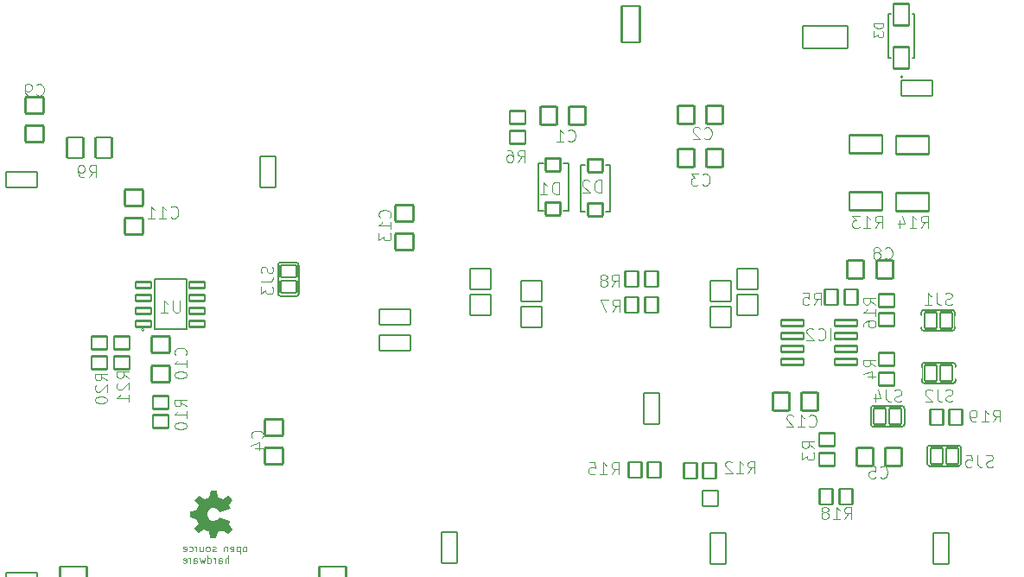
<source format=gbo>
G04 #@! TF.GenerationSoftware,KiCad,Pcbnew,8.0.4*
G04 #@! TF.CreationDate,2024-08-22T17:22:31+02:00*
G04 #@! TF.ProjectId,CENTRALE,43454e54-5241-44c4-952e-6b696361645f,rev?*
G04 #@! TF.SameCoordinates,Original*
G04 #@! TF.FileFunction,Legend,Bot*
G04 #@! TF.FilePolarity,Positive*
%FSLAX46Y46*%
G04 Gerber Fmt 4.6, Leading zero omitted, Abs format (unit mm)*
G04 Created by KiCad (PCBNEW 8.0.4) date 2024-08-22 17:22:31*
%MOMM*%
%LPD*%
G01*
G04 APERTURE LIST*
G04 Aperture macros list*
%AMRoundRect*
0 Rectangle with rounded corners*
0 $1 Rounding radius*
0 $2 $3 $4 $5 $6 $7 $8 $9 X,Y pos of 4 corners*
0 Add a 4 corners polygon primitive as box body*
4,1,4,$2,$3,$4,$5,$6,$7,$8,$9,$2,$3,0*
0 Add four circle primitives for the rounded corners*
1,1,$1+$1,$2,$3*
1,1,$1+$1,$4,$5*
1,1,$1+$1,$6,$7*
1,1,$1+$1,$8,$9*
0 Add four rect primitives between the rounded corners*
20,1,$1+$1,$2,$3,$4,$5,0*
20,1,$1+$1,$4,$5,$6,$7,0*
20,1,$1+$1,$6,$7,$8,$9,0*
20,1,$1+$1,$8,$9,$2,$3,0*%
%AMFreePoly0*
4,1,25,0.389919,0.742596,0.402042,0.732242,0.732242,0.402042,0.760749,0.346094,0.762000,0.330200,0.762000,-0.330200,0.742596,-0.389919,0.732242,-0.402042,0.402042,-0.732242,0.346094,-0.760749,0.330200,-0.762000,-0.330200,-0.762000,-0.389919,-0.742596,-0.402042,-0.732242,-0.732242,-0.402042,-0.760749,-0.346094,-0.762000,-0.330200,-0.762000,0.330200,-0.742596,0.389919,-0.732242,0.402042,
-0.402042,0.732242,-0.346094,0.760749,-0.330200,0.762000,0.330200,0.762000,0.389919,0.742596,0.389919,0.742596,$1*%
%AMFreePoly1*
4,1,25,0.459769,0.882296,0.471892,0.871942,0.871942,0.471892,0.900449,0.415944,0.901700,0.400050,0.901700,-0.400050,0.882296,-0.459769,0.871942,-0.471892,0.471892,-0.871942,0.415944,-0.900449,0.400050,-0.901700,-0.400050,-0.901700,-0.459769,-0.882296,-0.471892,-0.871942,-0.871942,-0.471892,-0.900449,-0.415944,-0.901700,-0.400050,-0.901700,0.400050,-0.882296,0.459769,-0.871942,0.471892,
-0.471892,0.871942,-0.415944,0.900449,-0.400050,0.901700,0.400050,0.901700,0.459769,0.882296,0.459769,0.882296,$1*%
%AMFreePoly2*
4,1,25,0.478819,0.920396,0.490942,0.910042,0.910042,0.490942,0.938549,0.434994,0.939800,0.419100,0.939800,-0.419100,0.920396,-0.478819,0.910042,-0.490942,0.490942,-0.910042,0.434994,-0.938549,0.419100,-0.939800,-0.419100,-0.939800,-0.478819,-0.920396,-0.490942,-0.910042,-0.910042,-0.490942,-0.938549,-0.434994,-0.939800,-0.419100,-0.939800,0.419100,-0.920396,0.478819,-0.910042,0.490942,
-0.490942,0.910042,-0.434994,0.938549,-0.419100,0.939800,0.419100,0.939800,0.478819,0.920396,0.478819,0.920396,$1*%
%AMFreePoly3*
4,1,25,0.694719,1.352196,0.706842,1.341842,1.341842,0.706842,1.370349,0.650894,1.371600,0.635000,1.371600,-0.635000,1.352196,-0.694719,1.341842,-0.706842,0.706842,-1.341842,0.650894,-1.370349,0.635000,-1.371600,-0.635000,-1.371600,-0.694719,-1.352196,-0.706842,-1.341842,-1.341842,-0.706842,-1.370349,-0.650894,-1.371600,-0.635000,-1.371600,0.635000,-1.352196,0.694719,-1.341842,0.706842,
-0.706842,1.341842,-0.650894,1.370349,-0.635000,1.371600,0.635000,1.371600,0.694719,1.352196,0.694719,1.352196,$1*%
G04 Aperture macros list end*
%ADD10C,0.093472*%
%ADD11C,0.091440*%
%ADD12C,0.029928*%
%ADD13C,0.093474*%
%ADD14C,0.080000*%
%ADD15C,0.060960*%
%ADD16C,0.152400*%
%ADD17C,0.203200*%
%ADD18C,0.200000*%
%ADD19C,0.050000*%
%ADD20C,0.127000*%
%ADD21C,0.000000*%
%ADD22C,2.003200*%
%ADD23O,3.251200X1.727200*%
%ADD24RoundRect,0.101600X1.524000X0.762000X-1.524000X0.762000X-1.524000X-0.762000X1.524000X-0.762000X0*%
%ADD25RoundRect,0.101600X-1.524000X-0.762000X1.524000X-0.762000X1.524000X0.762000X-1.524000X0.762000X0*%
%ADD26O,2.844800X1.524000*%
%ADD27RoundRect,0.101600X-1.320800X-0.660400X1.320800X-0.660400X1.320800X0.660400X-1.320800X0.660400X0*%
%ADD28RoundRect,0.101600X-2.184400X-1.092200X2.184400X-1.092200X2.184400X1.092200X-2.184400X1.092200X0*%
%ADD29O,2.387600X4.572000*%
%ADD30O,4.572000X2.387600*%
%ADD31FreePoly0,180.000000*%
%ADD32C,1.803400*%
%ADD33FreePoly1,270.000000*%
%ADD34C,1.903200*%
%ADD35FreePoly2,270.000000*%
%ADD36C,2.800000*%
%ADD37FreePoly0,0.000000*%
%ADD38RoundRect,0.101600X1.000000X1.000000X-1.000000X1.000000X-1.000000X-1.000000X1.000000X-1.000000X0*%
%ADD39C,2.203200*%
%ADD40C,2.743200*%
%ADD41FreePoly3,270.000000*%
%ADD42C,3.251200*%
%ADD43C,2.082800*%
%ADD44C,2.000000*%
%ADD45O,1.727200X3.251200*%
%ADD46RoundRect,0.101600X0.762000X-1.524000X0.762000X1.524000X-0.762000X1.524000X-0.762000X-1.524000X0*%
%ADD47O,2.003200X3.803200*%
%ADD48RoundRect,0.101600X0.900000X-1.800000X0.900000X1.800000X-0.900000X1.800000X-0.900000X-1.800000X0*%
%ADD49RoundRect,0.101600X-0.762000X1.524000X-0.762000X-1.524000X0.762000X-1.524000X0.762000X1.524000X0*%
%ADD50RoundRect,0.101600X0.754000X0.754000X-0.754000X0.754000X-0.754000X-0.754000X0.754000X-0.754000X0*%
%ADD51C,1.711200*%
%ADD52C,2.153200*%
%ADD53RoundRect,0.101600X0.800000X0.900000X-0.800000X0.900000X-0.800000X-0.900000X0.800000X-0.900000X0*%
%ADD54RoundRect,0.101600X-0.800000X-1.000000X0.800000X-1.000000X0.800000X1.000000X-0.800000X1.000000X0*%
%ADD55RoundRect,0.101600X-0.750000X0.650000X-0.750000X-0.650000X0.750000X-0.650000X0.750000X0.650000X0*%
%ADD56RoundRect,0.101600X0.584200X0.800100X-0.584200X0.800100X-0.584200X-0.800100X0.584200X-0.800100X0*%
%ADD57RoundRect,0.101600X0.650000X0.750000X-0.650000X0.750000X-0.650000X-0.750000X0.650000X-0.750000X0*%
%ADD58RoundRect,0.101600X1.600000X-0.900000X1.600000X0.900000X-1.600000X0.900000X-1.600000X-0.900000X0*%
%ADD59RoundRect,0.101600X0.750000X-0.650000X0.750000X0.650000X-0.750000X0.650000X-0.750000X-0.650000X0*%
%ADD60RoundRect,0.101600X-0.800000X-0.900000X0.800000X-0.900000X0.800000X0.900000X-0.800000X0.900000X0*%
%ADD61RoundRect,0.101600X-0.735000X0.635000X-0.735000X-0.635000X0.735000X-0.635000X0.735000X0.635000X0*%
%ADD62RoundRect,0.101600X0.735000X-0.635000X0.735000X0.635000X-0.735000X0.635000X-0.735000X-0.635000X0*%
%ADD63RoundRect,0.101600X-0.650000X-0.750000X0.650000X-0.750000X0.650000X0.750000X-0.650000X0.750000X0*%
%ADD64RoundRect,0.101600X0.800100X-0.584200X0.800100X0.584200X-0.800100X0.584200X-0.800100X-0.584200X0*%
%ADD65RoundRect,0.101600X-0.750000X-0.300000X0.750000X-0.300000X0.750000X0.300000X-0.750000X0.300000X0*%
%ADD66RoundRect,0.101600X0.750000X0.300000X-0.750000X0.300000X-0.750000X-0.300000X0.750000X-0.300000X0*%
%ADD67RoundRect,0.101600X0.900000X-0.800000X0.900000X0.800000X-0.900000X0.800000X-0.900000X-0.800000X0*%
%ADD68RoundRect,0.101600X-0.900000X0.800000X-0.900000X-0.800000X0.900000X-0.800000X0.900000X0.800000X0*%
%ADD69RoundRect,0.101600X1.100000X-0.300000X1.100000X0.300000X-1.100000X0.300000X-1.100000X-0.300000X0*%
%ADD70RoundRect,0.101600X0.750000X-1.060000X0.750000X1.060000X-0.750000X1.060000X-0.750000X-1.060000X0*%
G04 APERTURE END LIST*
D10*
X154406097Y-85451373D02*
X154462122Y-85507399D01*
X154462122Y-85507399D02*
X154630198Y-85563424D01*
X154630198Y-85563424D02*
X154742248Y-85563424D01*
X154742248Y-85563424D02*
X154910323Y-85507399D01*
X154910323Y-85507399D02*
X155022374Y-85395348D01*
X155022374Y-85395348D02*
X155078399Y-85283298D01*
X155078399Y-85283298D02*
X155134424Y-85059197D01*
X155134424Y-85059197D02*
X155134424Y-84891122D01*
X155134424Y-84891122D02*
X155078399Y-84667021D01*
X155078399Y-84667021D02*
X155022374Y-84554971D01*
X155022374Y-84554971D02*
X154910323Y-84442921D01*
X154910323Y-84442921D02*
X154742248Y-84386896D01*
X154742248Y-84386896D02*
X154630198Y-84386896D01*
X154630198Y-84386896D02*
X154462122Y-84442921D01*
X154462122Y-84442921D02*
X154406097Y-84498946D01*
X153285594Y-85563424D02*
X153957896Y-85563424D01*
X153621745Y-85563424D02*
X153621745Y-84386896D01*
X153621745Y-84386896D02*
X153733795Y-84554971D01*
X153733795Y-84554971D02*
X153845846Y-84667021D01*
X153845846Y-84667021D02*
X153957896Y-84723047D01*
X107486078Y-89063424D02*
X107878254Y-88503172D01*
X108158380Y-89063424D02*
X108158380Y-87886896D01*
X108158380Y-87886896D02*
X107710179Y-87886896D01*
X107710179Y-87886896D02*
X107598128Y-87942921D01*
X107598128Y-87942921D02*
X107542103Y-87998946D01*
X107542103Y-87998946D02*
X107486078Y-88110996D01*
X107486078Y-88110996D02*
X107486078Y-88279072D01*
X107486078Y-88279072D02*
X107542103Y-88391122D01*
X107542103Y-88391122D02*
X107598128Y-88447147D01*
X107598128Y-88447147D02*
X107710179Y-88503172D01*
X107710179Y-88503172D02*
X108158380Y-88503172D01*
X106925827Y-89063424D02*
X106701726Y-89063424D01*
X106701726Y-89063424D02*
X106589676Y-89007399D01*
X106589676Y-89007399D02*
X106533651Y-88951373D01*
X106533651Y-88951373D02*
X106421600Y-88783298D01*
X106421600Y-88783298D02*
X106365575Y-88559197D01*
X106365575Y-88559197D02*
X106365575Y-88110996D01*
X106365575Y-88110996D02*
X106421600Y-87998946D01*
X106421600Y-87998946D02*
X106477626Y-87942921D01*
X106477626Y-87942921D02*
X106589676Y-87886896D01*
X106589676Y-87886896D02*
X106813776Y-87886896D01*
X106813776Y-87886896D02*
X106925827Y-87942921D01*
X106925827Y-87942921D02*
X106981852Y-87998946D01*
X106981852Y-87998946D02*
X107037877Y-88110996D01*
X107037877Y-88110996D02*
X107037877Y-88391122D01*
X107037877Y-88391122D02*
X106981852Y-88503172D01*
X106981852Y-88503172D02*
X106925827Y-88559197D01*
X106925827Y-88559197D02*
X106813776Y-88615223D01*
X106813776Y-88615223D02*
X106589676Y-88615223D01*
X106589676Y-88615223D02*
X106477626Y-88559197D01*
X106477626Y-88559197D02*
X106421600Y-88503172D01*
X106421600Y-88503172D02*
X106365575Y-88391122D01*
X178539424Y-115617902D02*
X177979172Y-115225726D01*
X178539424Y-114945600D02*
X177362896Y-114945600D01*
X177362896Y-114945600D02*
X177362896Y-115393801D01*
X177362896Y-115393801D02*
X177418921Y-115505852D01*
X177418921Y-115505852D02*
X177474946Y-115561877D01*
X177474946Y-115561877D02*
X177586996Y-115617902D01*
X177586996Y-115617902D02*
X177755072Y-115617902D01*
X177755072Y-115617902D02*
X177867122Y-115561877D01*
X177867122Y-115561877D02*
X177923147Y-115505852D01*
X177923147Y-115505852D02*
X177979172Y-115393801D01*
X177979172Y-115393801D02*
X177979172Y-114945600D01*
X177362896Y-116010078D02*
X177362896Y-116738405D01*
X177362896Y-116738405D02*
X177811097Y-116346229D01*
X177811097Y-116346229D02*
X177811097Y-116514304D01*
X177811097Y-116514304D02*
X177867122Y-116626355D01*
X177867122Y-116626355D02*
X177923147Y-116682380D01*
X177923147Y-116682380D02*
X178035197Y-116738405D01*
X178035197Y-116738405D02*
X178315323Y-116738405D01*
X178315323Y-116738405D02*
X178427373Y-116682380D01*
X178427373Y-116682380D02*
X178483399Y-116626355D01*
X178483399Y-116626355D02*
X178539424Y-116514304D01*
X178539424Y-116514304D02*
X178539424Y-116178153D01*
X178539424Y-116178153D02*
X178483399Y-116066103D01*
X178483399Y-116066103D02*
X178427373Y-116010078D01*
D11*
X192089330Y-110984348D02*
X191920964Y-111040469D01*
X191920964Y-111040469D02*
X191640355Y-111040469D01*
X191640355Y-111040469D02*
X191528111Y-110984348D01*
X191528111Y-110984348D02*
X191471989Y-110928226D01*
X191471989Y-110928226D02*
X191415867Y-110815982D01*
X191415867Y-110815982D02*
X191415867Y-110703738D01*
X191415867Y-110703738D02*
X191471989Y-110591494D01*
X191471989Y-110591494D02*
X191528111Y-110535372D01*
X191528111Y-110535372D02*
X191640355Y-110479250D01*
X191640355Y-110479250D02*
X191864842Y-110423128D01*
X191864842Y-110423128D02*
X191977086Y-110367007D01*
X191977086Y-110367007D02*
X192033208Y-110310885D01*
X192033208Y-110310885D02*
X192089330Y-110198641D01*
X192089330Y-110198641D02*
X192089330Y-110086397D01*
X192089330Y-110086397D02*
X192033208Y-109974153D01*
X192033208Y-109974153D02*
X191977086Y-109918031D01*
X191977086Y-109918031D02*
X191864842Y-109861909D01*
X191864842Y-109861909D02*
X191584233Y-109861909D01*
X191584233Y-109861909D02*
X191415867Y-109918031D01*
X190574039Y-109861909D02*
X190574039Y-110703738D01*
X190574039Y-110703738D02*
X190630160Y-110872104D01*
X190630160Y-110872104D02*
X190742404Y-110984348D01*
X190742404Y-110984348D02*
X190910770Y-111040469D01*
X190910770Y-111040469D02*
X191023014Y-111040469D01*
X190068942Y-109974153D02*
X190012820Y-109918031D01*
X190012820Y-109918031D02*
X189900576Y-109861909D01*
X189900576Y-109861909D02*
X189619967Y-109861909D01*
X189619967Y-109861909D02*
X189507723Y-109918031D01*
X189507723Y-109918031D02*
X189451601Y-109974153D01*
X189451601Y-109974153D02*
X189395479Y-110086397D01*
X189395479Y-110086397D02*
X189395479Y-110198641D01*
X189395479Y-110198641D02*
X189451601Y-110367007D01*
X189451601Y-110367007D02*
X190125064Y-111040469D01*
X190125064Y-111040469D02*
X189395479Y-111040469D01*
D10*
X109233856Y-108973399D02*
X108673604Y-108581223D01*
X109233856Y-108301097D02*
X108057328Y-108301097D01*
X108057328Y-108301097D02*
X108057328Y-108749298D01*
X108057328Y-108749298D02*
X108113353Y-108861349D01*
X108113353Y-108861349D02*
X108169378Y-108917374D01*
X108169378Y-108917374D02*
X108281428Y-108973399D01*
X108281428Y-108973399D02*
X108449504Y-108973399D01*
X108449504Y-108973399D02*
X108561554Y-108917374D01*
X108561554Y-108917374D02*
X108617579Y-108861349D01*
X108617579Y-108861349D02*
X108673604Y-108749298D01*
X108673604Y-108749298D02*
X108673604Y-108301097D01*
X108169378Y-109421600D02*
X108113353Y-109477625D01*
X108113353Y-109477625D02*
X108057328Y-109589676D01*
X108057328Y-109589676D02*
X108057328Y-109869801D01*
X108057328Y-109869801D02*
X108113353Y-109981852D01*
X108113353Y-109981852D02*
X108169378Y-110037877D01*
X108169378Y-110037877D02*
X108281428Y-110093902D01*
X108281428Y-110093902D02*
X108393479Y-110093902D01*
X108393479Y-110093902D02*
X108561554Y-110037877D01*
X108561554Y-110037877D02*
X109233856Y-109365575D01*
X109233856Y-109365575D02*
X109233856Y-110093902D01*
X108057328Y-110822229D02*
X108057328Y-110934279D01*
X108057328Y-110934279D02*
X108113353Y-111046329D01*
X108113353Y-111046329D02*
X108169378Y-111102355D01*
X108169378Y-111102355D02*
X108281428Y-111158380D01*
X108281428Y-111158380D02*
X108505529Y-111214405D01*
X108505529Y-111214405D02*
X108785655Y-111214405D01*
X108785655Y-111214405D02*
X109009755Y-111158380D01*
X109009755Y-111158380D02*
X109121805Y-111102355D01*
X109121805Y-111102355D02*
X109177831Y-111046329D01*
X109177831Y-111046329D02*
X109233856Y-110934279D01*
X109233856Y-110934279D02*
X109233856Y-110822229D01*
X109233856Y-110822229D02*
X109177831Y-110710179D01*
X109177831Y-110710179D02*
X109121805Y-110654153D01*
X109121805Y-110654153D02*
X109009755Y-110598128D01*
X109009755Y-110598128D02*
X108785655Y-110542103D01*
X108785655Y-110542103D02*
X108505529Y-110542103D01*
X108505529Y-110542103D02*
X108281428Y-110598128D01*
X108281428Y-110598128D02*
X108169378Y-110654153D01*
X108169378Y-110654153D02*
X108113353Y-110710179D01*
X108113353Y-110710179D02*
X108057328Y-110822229D01*
X178486078Y-101563424D02*
X178878254Y-101003172D01*
X179158380Y-101563424D02*
X179158380Y-100386896D01*
X179158380Y-100386896D02*
X178710179Y-100386896D01*
X178710179Y-100386896D02*
X178598128Y-100442921D01*
X178598128Y-100442921D02*
X178542103Y-100498946D01*
X178542103Y-100498946D02*
X178486078Y-100610996D01*
X178486078Y-100610996D02*
X178486078Y-100779072D01*
X178486078Y-100779072D02*
X178542103Y-100891122D01*
X178542103Y-100891122D02*
X178598128Y-100947147D01*
X178598128Y-100947147D02*
X178710179Y-101003172D01*
X178710179Y-101003172D02*
X179158380Y-101003172D01*
X177421600Y-100386896D02*
X177981852Y-100386896D01*
X177981852Y-100386896D02*
X178037877Y-100947147D01*
X178037877Y-100947147D02*
X177981852Y-100891122D01*
X177981852Y-100891122D02*
X177869802Y-100835097D01*
X177869802Y-100835097D02*
X177589676Y-100835097D01*
X177589676Y-100835097D02*
X177477626Y-100891122D01*
X177477626Y-100891122D02*
X177421600Y-100947147D01*
X177421600Y-100947147D02*
X177365575Y-101059197D01*
X177365575Y-101059197D02*
X177365575Y-101339323D01*
X177365575Y-101339323D02*
X177421600Y-101451373D01*
X177421600Y-101451373D02*
X177477626Y-101507399D01*
X177477626Y-101507399D02*
X177589676Y-101563424D01*
X177589676Y-101563424D02*
X177869802Y-101563424D01*
X177869802Y-101563424D02*
X177981852Y-101507399D01*
X177981852Y-101507399D02*
X178037877Y-101451373D01*
X184486078Y-94039424D02*
X184878254Y-93479172D01*
X185158380Y-94039424D02*
X185158380Y-92862896D01*
X185158380Y-92862896D02*
X184710179Y-92862896D01*
X184710179Y-92862896D02*
X184598128Y-92918921D01*
X184598128Y-92918921D02*
X184542103Y-92974946D01*
X184542103Y-92974946D02*
X184486078Y-93086996D01*
X184486078Y-93086996D02*
X184486078Y-93255072D01*
X184486078Y-93255072D02*
X184542103Y-93367122D01*
X184542103Y-93367122D02*
X184598128Y-93423147D01*
X184598128Y-93423147D02*
X184710179Y-93479172D01*
X184710179Y-93479172D02*
X185158380Y-93479172D01*
X183365575Y-94039424D02*
X184037877Y-94039424D01*
X183701726Y-94039424D02*
X183701726Y-92862896D01*
X183701726Y-92862896D02*
X183813776Y-93030971D01*
X183813776Y-93030971D02*
X183925827Y-93143021D01*
X183925827Y-93143021D02*
X184037877Y-93199047D01*
X182973399Y-92862896D02*
X182245072Y-92862896D01*
X182245072Y-92862896D02*
X182637248Y-93311097D01*
X182637248Y-93311097D02*
X182469173Y-93311097D01*
X182469173Y-93311097D02*
X182357123Y-93367122D01*
X182357123Y-93367122D02*
X182301097Y-93423147D01*
X182301097Y-93423147D02*
X182245072Y-93535197D01*
X182245072Y-93535197D02*
X182245072Y-93815323D01*
X182245072Y-93815323D02*
X182301097Y-93927373D01*
X182301097Y-93927373D02*
X182357123Y-93983399D01*
X182357123Y-93983399D02*
X182469173Y-94039424D01*
X182469173Y-94039424D02*
X182805324Y-94039424D01*
X182805324Y-94039424D02*
X182917374Y-93983399D01*
X182917374Y-93983399D02*
X182973399Y-93927373D01*
X149486078Y-87563424D02*
X149878254Y-87003172D01*
X150158380Y-87563424D02*
X150158380Y-86386896D01*
X150158380Y-86386896D02*
X149710179Y-86386896D01*
X149710179Y-86386896D02*
X149598128Y-86442921D01*
X149598128Y-86442921D02*
X149542103Y-86498946D01*
X149542103Y-86498946D02*
X149486078Y-86610996D01*
X149486078Y-86610996D02*
X149486078Y-86779072D01*
X149486078Y-86779072D02*
X149542103Y-86891122D01*
X149542103Y-86891122D02*
X149598128Y-86947147D01*
X149598128Y-86947147D02*
X149710179Y-87003172D01*
X149710179Y-87003172D02*
X150158380Y-87003172D01*
X148477626Y-86386896D02*
X148701726Y-86386896D01*
X148701726Y-86386896D02*
X148813776Y-86442921D01*
X148813776Y-86442921D02*
X148869802Y-86498946D01*
X148869802Y-86498946D02*
X148981852Y-86667021D01*
X148981852Y-86667021D02*
X149037877Y-86891122D01*
X149037877Y-86891122D02*
X149037877Y-87339323D01*
X149037877Y-87339323D02*
X148981852Y-87451373D01*
X148981852Y-87451373D02*
X148925827Y-87507399D01*
X148925827Y-87507399D02*
X148813776Y-87563424D01*
X148813776Y-87563424D02*
X148589676Y-87563424D01*
X148589676Y-87563424D02*
X148477626Y-87507399D01*
X148477626Y-87507399D02*
X148421600Y-87451373D01*
X148421600Y-87451373D02*
X148365575Y-87339323D01*
X148365575Y-87339323D02*
X148365575Y-87059197D01*
X148365575Y-87059197D02*
X148421600Y-86947147D01*
X148421600Y-86947147D02*
X148477626Y-86891122D01*
X148477626Y-86891122D02*
X148589676Y-86835097D01*
X148589676Y-86835097D02*
X148813776Y-86835097D01*
X148813776Y-86835097D02*
X148925827Y-86891122D01*
X148925827Y-86891122D02*
X148981852Y-86947147D01*
X148981852Y-86947147D02*
X149037877Y-87059197D01*
X111399034Y-108773642D02*
X110838782Y-108381466D01*
X111399034Y-108101340D02*
X110222506Y-108101340D01*
X110222506Y-108101340D02*
X110222506Y-108549541D01*
X110222506Y-108549541D02*
X110278531Y-108661592D01*
X110278531Y-108661592D02*
X110334556Y-108717617D01*
X110334556Y-108717617D02*
X110446606Y-108773642D01*
X110446606Y-108773642D02*
X110614682Y-108773642D01*
X110614682Y-108773642D02*
X110726732Y-108717617D01*
X110726732Y-108717617D02*
X110782757Y-108661592D01*
X110782757Y-108661592D02*
X110838782Y-108549541D01*
X110838782Y-108549541D02*
X110838782Y-108101340D01*
X110334556Y-109221843D02*
X110278531Y-109277868D01*
X110278531Y-109277868D02*
X110222506Y-109389919D01*
X110222506Y-109389919D02*
X110222506Y-109670044D01*
X110222506Y-109670044D02*
X110278531Y-109782095D01*
X110278531Y-109782095D02*
X110334556Y-109838120D01*
X110334556Y-109838120D02*
X110446606Y-109894145D01*
X110446606Y-109894145D02*
X110558657Y-109894145D01*
X110558657Y-109894145D02*
X110726732Y-109838120D01*
X110726732Y-109838120D02*
X111399034Y-109165818D01*
X111399034Y-109165818D02*
X111399034Y-109894145D01*
X111399034Y-111014648D02*
X111399034Y-110342346D01*
X111399034Y-110678497D02*
X110222506Y-110678497D01*
X110222506Y-110678497D02*
X110390581Y-110566447D01*
X110390581Y-110566447D02*
X110502631Y-110454396D01*
X110502631Y-110454396D02*
X110558657Y-110342346D01*
X178026600Y-113427373D02*
X178082625Y-113483399D01*
X178082625Y-113483399D02*
X178250701Y-113539424D01*
X178250701Y-113539424D02*
X178362751Y-113539424D01*
X178362751Y-113539424D02*
X178530826Y-113483399D01*
X178530826Y-113483399D02*
X178642877Y-113371348D01*
X178642877Y-113371348D02*
X178698902Y-113259298D01*
X178698902Y-113259298D02*
X178754927Y-113035197D01*
X178754927Y-113035197D02*
X178754927Y-112867122D01*
X178754927Y-112867122D02*
X178698902Y-112643021D01*
X178698902Y-112643021D02*
X178642877Y-112530971D01*
X178642877Y-112530971D02*
X178530826Y-112418921D01*
X178530826Y-112418921D02*
X178362751Y-112362896D01*
X178362751Y-112362896D02*
X178250701Y-112362896D01*
X178250701Y-112362896D02*
X178082625Y-112418921D01*
X178082625Y-112418921D02*
X178026600Y-112474946D01*
X176906097Y-113539424D02*
X177578399Y-113539424D01*
X177242248Y-113539424D02*
X177242248Y-112362896D01*
X177242248Y-112362896D02*
X177354298Y-112530971D01*
X177354298Y-112530971D02*
X177466349Y-112643021D01*
X177466349Y-112643021D02*
X177578399Y-112699047D01*
X176457896Y-112474946D02*
X176401871Y-112418921D01*
X176401871Y-112418921D02*
X176289821Y-112362896D01*
X176289821Y-112362896D02*
X176009695Y-112362896D01*
X176009695Y-112362896D02*
X175897645Y-112418921D01*
X175897645Y-112418921D02*
X175841619Y-112474946D01*
X175841619Y-112474946D02*
X175785594Y-112586996D01*
X175785594Y-112586996D02*
X175785594Y-112699047D01*
X175785594Y-112699047D02*
X175841619Y-112867122D01*
X175841619Y-112867122D02*
X176513921Y-113539424D01*
X176513921Y-113539424D02*
X175785594Y-113539424D01*
X185446171Y-96978233D02*
X185502196Y-97034259D01*
X185502196Y-97034259D02*
X185670272Y-97090284D01*
X185670272Y-97090284D02*
X185782322Y-97090284D01*
X185782322Y-97090284D02*
X185950397Y-97034259D01*
X185950397Y-97034259D02*
X186062448Y-96922208D01*
X186062448Y-96922208D02*
X186118473Y-96810158D01*
X186118473Y-96810158D02*
X186174498Y-96586057D01*
X186174498Y-96586057D02*
X186174498Y-96417982D01*
X186174498Y-96417982D02*
X186118473Y-96193881D01*
X186118473Y-96193881D02*
X186062448Y-96081831D01*
X186062448Y-96081831D02*
X185950397Y-95969781D01*
X185950397Y-95969781D02*
X185782322Y-95913756D01*
X185782322Y-95913756D02*
X185670272Y-95913756D01*
X185670272Y-95913756D02*
X185502196Y-95969781D01*
X185502196Y-95969781D02*
X185446171Y-96025806D01*
X184773869Y-96417982D02*
X184885920Y-96361957D01*
X184885920Y-96361957D02*
X184941945Y-96305932D01*
X184941945Y-96305932D02*
X184997970Y-96193881D01*
X184997970Y-96193881D02*
X184997970Y-96137856D01*
X184997970Y-96137856D02*
X184941945Y-96025806D01*
X184941945Y-96025806D02*
X184885920Y-95969781D01*
X184885920Y-95969781D02*
X184773869Y-95913756D01*
X184773869Y-95913756D02*
X184549769Y-95913756D01*
X184549769Y-95913756D02*
X184437719Y-95969781D01*
X184437719Y-95969781D02*
X184381693Y-96025806D01*
X184381693Y-96025806D02*
X184325668Y-96137856D01*
X184325668Y-96137856D02*
X184325668Y-96193881D01*
X184325668Y-96193881D02*
X184381693Y-96305932D01*
X184381693Y-96305932D02*
X184437719Y-96361957D01*
X184437719Y-96361957D02*
X184549769Y-96417982D01*
X184549769Y-96417982D02*
X184773869Y-96417982D01*
X184773869Y-96417982D02*
X184885920Y-96474007D01*
X184885920Y-96474007D02*
X184941945Y-96530032D01*
X184941945Y-96530032D02*
X184997970Y-96642083D01*
X184997970Y-96642083D02*
X184997970Y-96866183D01*
X184997970Y-96866183D02*
X184941945Y-96978233D01*
X184941945Y-96978233D02*
X184885920Y-97034259D01*
X184885920Y-97034259D02*
X184773869Y-97090284D01*
X184773869Y-97090284D02*
X184549769Y-97090284D01*
X184549769Y-97090284D02*
X184437719Y-97034259D01*
X184437719Y-97034259D02*
X184381693Y-96978233D01*
X184381693Y-96978233D02*
X184325668Y-96866183D01*
X184325668Y-96866183D02*
X184325668Y-96642083D01*
X184325668Y-96642083D02*
X184381693Y-96530032D01*
X184381693Y-96530032D02*
X184437719Y-96474007D01*
X184437719Y-96474007D02*
X184549769Y-96417982D01*
D11*
X196032026Y-117408252D02*
X195863660Y-117464373D01*
X195863660Y-117464373D02*
X195583051Y-117464373D01*
X195583051Y-117464373D02*
X195470807Y-117408252D01*
X195470807Y-117408252D02*
X195414685Y-117352130D01*
X195414685Y-117352130D02*
X195358563Y-117239886D01*
X195358563Y-117239886D02*
X195358563Y-117127642D01*
X195358563Y-117127642D02*
X195414685Y-117015398D01*
X195414685Y-117015398D02*
X195470807Y-116959276D01*
X195470807Y-116959276D02*
X195583051Y-116903154D01*
X195583051Y-116903154D02*
X195807538Y-116847032D01*
X195807538Y-116847032D02*
X195919782Y-116790911D01*
X195919782Y-116790911D02*
X195975904Y-116734789D01*
X195975904Y-116734789D02*
X196032026Y-116622545D01*
X196032026Y-116622545D02*
X196032026Y-116510301D01*
X196032026Y-116510301D02*
X195975904Y-116398057D01*
X195975904Y-116398057D02*
X195919782Y-116341935D01*
X195919782Y-116341935D02*
X195807538Y-116285813D01*
X195807538Y-116285813D02*
X195526929Y-116285813D01*
X195526929Y-116285813D02*
X195358563Y-116341935D01*
X194516735Y-116285813D02*
X194516735Y-117127642D01*
X194516735Y-117127642D02*
X194572856Y-117296008D01*
X194572856Y-117296008D02*
X194685100Y-117408252D01*
X194685100Y-117408252D02*
X194853466Y-117464373D01*
X194853466Y-117464373D02*
X194965710Y-117464373D01*
X193394297Y-116285813D02*
X193955516Y-116285813D01*
X193955516Y-116285813D02*
X194011638Y-116847032D01*
X194011638Y-116847032D02*
X193955516Y-116790911D01*
X193955516Y-116790911D02*
X193843272Y-116734789D01*
X193843272Y-116734789D02*
X193562663Y-116734789D01*
X193562663Y-116734789D02*
X193450419Y-116790911D01*
X193450419Y-116790911D02*
X193394297Y-116847032D01*
X193394297Y-116847032D02*
X193338175Y-116959276D01*
X193338175Y-116959276D02*
X193338175Y-117239886D01*
X193338175Y-117239886D02*
X193394297Y-117352130D01*
X193394297Y-117352130D02*
X193450419Y-117408252D01*
X193450419Y-117408252D02*
X193562663Y-117464373D01*
X193562663Y-117464373D02*
X193843272Y-117464373D01*
X193843272Y-117464373D02*
X193955516Y-117408252D01*
X193955516Y-117408252D02*
X194011638Y-117352130D01*
D12*
X157685055Y-90572124D02*
X157685055Y-89332052D01*
X157685055Y-89332052D02*
X157389800Y-89332052D01*
X157389800Y-89332052D02*
X157212647Y-89391103D01*
X157212647Y-89391103D02*
X157094545Y-89509205D01*
X157094545Y-89509205D02*
X157035494Y-89627307D01*
X157035494Y-89627307D02*
X156976443Y-89863511D01*
X156976443Y-89863511D02*
X156976443Y-90040664D01*
X156976443Y-90040664D02*
X157035494Y-90276868D01*
X157035494Y-90276868D02*
X157094545Y-90394970D01*
X157094545Y-90394970D02*
X157212647Y-90513073D01*
X157212647Y-90513073D02*
X157389800Y-90572124D01*
X157389800Y-90572124D02*
X157685055Y-90572124D01*
X156504034Y-89450154D02*
X156444983Y-89391103D01*
X156444983Y-89391103D02*
X156326881Y-89332052D01*
X156326881Y-89332052D02*
X156031626Y-89332052D01*
X156031626Y-89332052D02*
X155913524Y-89391103D01*
X155913524Y-89391103D02*
X155854473Y-89450154D01*
X155854473Y-89450154D02*
X155795422Y-89568256D01*
X155795422Y-89568256D02*
X155795422Y-89686358D01*
X155795422Y-89686358D02*
X155854473Y-89863511D01*
X155854473Y-89863511D02*
X156563085Y-90572124D01*
X156563085Y-90572124D02*
X155795422Y-90572124D01*
D10*
X184986078Y-118451373D02*
X185042103Y-118507399D01*
X185042103Y-118507399D02*
X185210179Y-118563424D01*
X185210179Y-118563424D02*
X185322229Y-118563424D01*
X185322229Y-118563424D02*
X185490304Y-118507399D01*
X185490304Y-118507399D02*
X185602355Y-118395348D01*
X185602355Y-118395348D02*
X185658380Y-118283298D01*
X185658380Y-118283298D02*
X185714405Y-118059197D01*
X185714405Y-118059197D02*
X185714405Y-117891122D01*
X185714405Y-117891122D02*
X185658380Y-117667021D01*
X185658380Y-117667021D02*
X185602355Y-117554971D01*
X185602355Y-117554971D02*
X185490304Y-117442921D01*
X185490304Y-117442921D02*
X185322229Y-117386896D01*
X185322229Y-117386896D02*
X185210179Y-117386896D01*
X185210179Y-117386896D02*
X185042103Y-117442921D01*
X185042103Y-117442921D02*
X184986078Y-117498946D01*
X183921600Y-117386896D02*
X184481852Y-117386896D01*
X184481852Y-117386896D02*
X184537877Y-117947147D01*
X184537877Y-117947147D02*
X184481852Y-117891122D01*
X184481852Y-117891122D02*
X184369802Y-117835097D01*
X184369802Y-117835097D02*
X184089676Y-117835097D01*
X184089676Y-117835097D02*
X183977626Y-117891122D01*
X183977626Y-117891122D02*
X183921600Y-117947147D01*
X183921600Y-117947147D02*
X183865575Y-118059197D01*
X183865575Y-118059197D02*
X183865575Y-118339323D01*
X183865575Y-118339323D02*
X183921600Y-118451373D01*
X183921600Y-118451373D02*
X183977626Y-118507399D01*
X183977626Y-118507399D02*
X184089676Y-118563424D01*
X184089676Y-118563424D02*
X184369802Y-118563424D01*
X184369802Y-118563424D02*
X184481852Y-118507399D01*
X184481852Y-118507399D02*
X184537877Y-118451373D01*
X167761891Y-85217414D02*
X167817916Y-85273440D01*
X167817916Y-85273440D02*
X167985992Y-85329465D01*
X167985992Y-85329465D02*
X168098042Y-85329465D01*
X168098042Y-85329465D02*
X168266117Y-85273440D01*
X168266117Y-85273440D02*
X168378168Y-85161389D01*
X168378168Y-85161389D02*
X168434193Y-85049339D01*
X168434193Y-85049339D02*
X168490218Y-84825238D01*
X168490218Y-84825238D02*
X168490218Y-84657163D01*
X168490218Y-84657163D02*
X168434193Y-84433062D01*
X168434193Y-84433062D02*
X168378168Y-84321012D01*
X168378168Y-84321012D02*
X168266117Y-84208962D01*
X168266117Y-84208962D02*
X168098042Y-84152937D01*
X168098042Y-84152937D02*
X167985992Y-84152937D01*
X167985992Y-84152937D02*
X167817916Y-84208962D01*
X167817916Y-84208962D02*
X167761891Y-84264987D01*
X167313690Y-84264987D02*
X167257665Y-84208962D01*
X167257665Y-84208962D02*
X167145615Y-84152937D01*
X167145615Y-84152937D02*
X166865489Y-84152937D01*
X166865489Y-84152937D02*
X166753439Y-84208962D01*
X166753439Y-84208962D02*
X166697413Y-84264987D01*
X166697413Y-84264987D02*
X166641388Y-84377037D01*
X166641388Y-84377037D02*
X166641388Y-84489088D01*
X166641388Y-84489088D02*
X166697413Y-84657163D01*
X166697413Y-84657163D02*
X167369715Y-85329465D01*
X167369715Y-85329465D02*
X166641388Y-85329465D01*
X196026600Y-113039424D02*
X196418776Y-112479172D01*
X196698902Y-113039424D02*
X196698902Y-111862896D01*
X196698902Y-111862896D02*
X196250701Y-111862896D01*
X196250701Y-111862896D02*
X196138650Y-111918921D01*
X196138650Y-111918921D02*
X196082625Y-111974946D01*
X196082625Y-111974946D02*
X196026600Y-112086996D01*
X196026600Y-112086996D02*
X196026600Y-112255072D01*
X196026600Y-112255072D02*
X196082625Y-112367122D01*
X196082625Y-112367122D02*
X196138650Y-112423147D01*
X196138650Y-112423147D02*
X196250701Y-112479172D01*
X196250701Y-112479172D02*
X196698902Y-112479172D01*
X194906097Y-113039424D02*
X195578399Y-113039424D01*
X195242248Y-113039424D02*
X195242248Y-111862896D01*
X195242248Y-111862896D02*
X195354298Y-112030971D01*
X195354298Y-112030971D02*
X195466349Y-112143021D01*
X195466349Y-112143021D02*
X195578399Y-112199047D01*
X194345846Y-113039424D02*
X194121745Y-113039424D01*
X194121745Y-113039424D02*
X194009695Y-112983399D01*
X194009695Y-112983399D02*
X193953670Y-112927373D01*
X193953670Y-112927373D02*
X193841619Y-112759298D01*
X193841619Y-112759298D02*
X193785594Y-112535197D01*
X193785594Y-112535197D02*
X193785594Y-112086996D01*
X193785594Y-112086996D02*
X193841619Y-111974946D01*
X193841619Y-111974946D02*
X193897645Y-111918921D01*
X193897645Y-111918921D02*
X194009695Y-111862896D01*
X194009695Y-111862896D02*
X194233795Y-111862896D01*
X194233795Y-111862896D02*
X194345846Y-111918921D01*
X194345846Y-111918921D02*
X194401871Y-111974946D01*
X194401871Y-111974946D02*
X194457896Y-112086996D01*
X194457896Y-112086996D02*
X194457896Y-112367122D01*
X194457896Y-112367122D02*
X194401871Y-112479172D01*
X194401871Y-112479172D02*
X194345846Y-112535197D01*
X194345846Y-112535197D02*
X194233795Y-112591223D01*
X194233795Y-112591223D02*
X194009695Y-112591223D01*
X194009695Y-112591223D02*
X193897645Y-112535197D01*
X193897645Y-112535197D02*
X193841619Y-112479172D01*
X193841619Y-112479172D02*
X193785594Y-112367122D01*
X167566028Y-89750224D02*
X167622053Y-89806250D01*
X167622053Y-89806250D02*
X167790129Y-89862275D01*
X167790129Y-89862275D02*
X167902179Y-89862275D01*
X167902179Y-89862275D02*
X168070254Y-89806250D01*
X168070254Y-89806250D02*
X168182305Y-89694199D01*
X168182305Y-89694199D02*
X168238330Y-89582149D01*
X168238330Y-89582149D02*
X168294355Y-89358048D01*
X168294355Y-89358048D02*
X168294355Y-89189973D01*
X168294355Y-89189973D02*
X168238330Y-88965872D01*
X168238330Y-88965872D02*
X168182305Y-88853822D01*
X168182305Y-88853822D02*
X168070254Y-88741772D01*
X168070254Y-88741772D02*
X167902179Y-88685747D01*
X167902179Y-88685747D02*
X167790129Y-88685747D01*
X167790129Y-88685747D02*
X167622053Y-88741772D01*
X167622053Y-88741772D02*
X167566028Y-88797797D01*
X167173852Y-88685747D02*
X166445525Y-88685747D01*
X166445525Y-88685747D02*
X166837701Y-89133948D01*
X166837701Y-89133948D02*
X166669626Y-89133948D01*
X166669626Y-89133948D02*
X166557576Y-89189973D01*
X166557576Y-89189973D02*
X166501550Y-89245998D01*
X166501550Y-89245998D02*
X166445525Y-89358048D01*
X166445525Y-89358048D02*
X166445525Y-89638174D01*
X166445525Y-89638174D02*
X166501550Y-89750224D01*
X166501550Y-89750224D02*
X166557576Y-89806250D01*
X166557576Y-89806250D02*
X166669626Y-89862275D01*
X166669626Y-89862275D02*
X167005777Y-89862275D01*
X167005777Y-89862275D02*
X167117827Y-89806250D01*
X167117827Y-89806250D02*
X167173852Y-89750224D01*
D11*
X192025701Y-101508348D02*
X191857335Y-101564469D01*
X191857335Y-101564469D02*
X191576726Y-101564469D01*
X191576726Y-101564469D02*
X191464482Y-101508348D01*
X191464482Y-101508348D02*
X191408360Y-101452226D01*
X191408360Y-101452226D02*
X191352238Y-101339982D01*
X191352238Y-101339982D02*
X191352238Y-101227738D01*
X191352238Y-101227738D02*
X191408360Y-101115494D01*
X191408360Y-101115494D02*
X191464482Y-101059372D01*
X191464482Y-101059372D02*
X191576726Y-101003250D01*
X191576726Y-101003250D02*
X191801213Y-100947128D01*
X191801213Y-100947128D02*
X191913457Y-100891007D01*
X191913457Y-100891007D02*
X191969579Y-100834885D01*
X191969579Y-100834885D02*
X192025701Y-100722641D01*
X192025701Y-100722641D02*
X192025701Y-100610397D01*
X192025701Y-100610397D02*
X191969579Y-100498153D01*
X191969579Y-100498153D02*
X191913457Y-100442031D01*
X191913457Y-100442031D02*
X191801213Y-100385909D01*
X191801213Y-100385909D02*
X191520604Y-100385909D01*
X191520604Y-100385909D02*
X191352238Y-100442031D01*
X190510410Y-100385909D02*
X190510410Y-101227738D01*
X190510410Y-101227738D02*
X190566531Y-101396104D01*
X190566531Y-101396104D02*
X190678775Y-101508348D01*
X190678775Y-101508348D02*
X190847141Y-101564469D01*
X190847141Y-101564469D02*
X190959385Y-101564469D01*
X189331850Y-101564469D02*
X190005313Y-101564469D01*
X189668581Y-101564469D02*
X189668581Y-100385909D01*
X189668581Y-100385909D02*
X189780825Y-100554275D01*
X189780825Y-100554275D02*
X189893069Y-100666519D01*
X189893069Y-100666519D02*
X190005313Y-100722641D01*
D10*
X117039424Y-111513921D02*
X116479172Y-111121745D01*
X117039424Y-110841619D02*
X115862896Y-110841619D01*
X115862896Y-110841619D02*
X115862896Y-111289820D01*
X115862896Y-111289820D02*
X115918921Y-111401871D01*
X115918921Y-111401871D02*
X115974946Y-111457896D01*
X115974946Y-111457896D02*
X116086996Y-111513921D01*
X116086996Y-111513921D02*
X116255072Y-111513921D01*
X116255072Y-111513921D02*
X116367122Y-111457896D01*
X116367122Y-111457896D02*
X116423147Y-111401871D01*
X116423147Y-111401871D02*
X116479172Y-111289820D01*
X116479172Y-111289820D02*
X116479172Y-110841619D01*
X117039424Y-112634424D02*
X117039424Y-111962122D01*
X117039424Y-112298273D02*
X115862896Y-112298273D01*
X115862896Y-112298273D02*
X116030971Y-112186223D01*
X116030971Y-112186223D02*
X116143021Y-112074172D01*
X116143021Y-112074172D02*
X116199047Y-111962122D01*
X115862896Y-113362751D02*
X115862896Y-113474801D01*
X115862896Y-113474801D02*
X115918921Y-113586851D01*
X115918921Y-113586851D02*
X115974946Y-113642877D01*
X115974946Y-113642877D02*
X116086996Y-113698902D01*
X116086996Y-113698902D02*
X116311097Y-113754927D01*
X116311097Y-113754927D02*
X116591223Y-113754927D01*
X116591223Y-113754927D02*
X116815323Y-113698902D01*
X116815323Y-113698902D02*
X116927373Y-113642877D01*
X116927373Y-113642877D02*
X116983399Y-113586851D01*
X116983399Y-113586851D02*
X117039424Y-113474801D01*
X117039424Y-113474801D02*
X117039424Y-113362751D01*
X117039424Y-113362751D02*
X116983399Y-113250701D01*
X116983399Y-113250701D02*
X116927373Y-113194675D01*
X116927373Y-113194675D02*
X116815323Y-113138650D01*
X116815323Y-113138650D02*
X116591223Y-113082625D01*
X116591223Y-113082625D02*
X116311097Y-113082625D01*
X116311097Y-113082625D02*
X116086996Y-113138650D01*
X116086996Y-113138650D02*
X115974946Y-113194675D01*
X115974946Y-113194675D02*
X115918921Y-113250701D01*
X115918921Y-113250701D02*
X115862896Y-113362751D01*
D11*
X125451073Y-97803840D02*
X125507194Y-97972206D01*
X125507194Y-97972206D02*
X125507194Y-98252815D01*
X125507194Y-98252815D02*
X125451073Y-98365059D01*
X125451073Y-98365059D02*
X125394951Y-98421181D01*
X125394951Y-98421181D02*
X125282707Y-98477303D01*
X125282707Y-98477303D02*
X125170463Y-98477303D01*
X125170463Y-98477303D02*
X125058219Y-98421181D01*
X125058219Y-98421181D02*
X125002097Y-98365059D01*
X125002097Y-98365059D02*
X124945975Y-98252815D01*
X124945975Y-98252815D02*
X124889853Y-98028328D01*
X124889853Y-98028328D02*
X124833732Y-97916084D01*
X124833732Y-97916084D02*
X124777610Y-97859962D01*
X124777610Y-97859962D02*
X124665366Y-97803840D01*
X124665366Y-97803840D02*
X124553122Y-97803840D01*
X124553122Y-97803840D02*
X124440878Y-97859962D01*
X124440878Y-97859962D02*
X124384756Y-97916084D01*
X124384756Y-97916084D02*
X124328634Y-98028328D01*
X124328634Y-98028328D02*
X124328634Y-98308937D01*
X124328634Y-98308937D02*
X124384756Y-98477303D01*
X124328634Y-99319131D02*
X125170463Y-99319131D01*
X125170463Y-99319131D02*
X125338829Y-99263010D01*
X125338829Y-99263010D02*
X125451073Y-99150766D01*
X125451073Y-99150766D02*
X125507194Y-98982400D01*
X125507194Y-98982400D02*
X125507194Y-98870156D01*
X124328634Y-99768106D02*
X124328634Y-100497691D01*
X124328634Y-100497691D02*
X124777610Y-100104838D01*
X124777610Y-100104838D02*
X124777610Y-100273203D01*
X124777610Y-100273203D02*
X124833732Y-100385447D01*
X124833732Y-100385447D02*
X124889853Y-100441569D01*
X124889853Y-100441569D02*
X125002097Y-100497691D01*
X125002097Y-100497691D02*
X125282707Y-100497691D01*
X125282707Y-100497691D02*
X125394951Y-100441569D01*
X125394951Y-100441569D02*
X125451073Y-100385447D01*
X125451073Y-100385447D02*
X125507194Y-100273203D01*
X125507194Y-100273203D02*
X125507194Y-99936472D01*
X125507194Y-99936472D02*
X125451073Y-99824228D01*
X125451073Y-99824228D02*
X125394951Y-99768106D01*
D13*
X116380933Y-101124609D02*
X116380933Y-102077060D01*
X116380933Y-102077060D02*
X116324906Y-102189113D01*
X116324906Y-102189113D02*
X116268880Y-102245140D01*
X116268880Y-102245140D02*
X116156827Y-102301166D01*
X116156827Y-102301166D02*
X115932721Y-102301166D01*
X115932721Y-102301166D02*
X115820668Y-102245140D01*
X115820668Y-102245140D02*
X115764641Y-102189113D01*
X115764641Y-102189113D02*
X115708615Y-102077060D01*
X115708615Y-102077060D02*
X115708615Y-101124609D01*
X114532057Y-102301166D02*
X115204375Y-102301166D01*
X114868216Y-102301166D02*
X114868216Y-101124609D01*
X114868216Y-101124609D02*
X114980269Y-101292689D01*
X114980269Y-101292689D02*
X115092322Y-101404742D01*
X115092322Y-101404742D02*
X115204375Y-101460768D01*
D10*
X188986078Y-94039424D02*
X189378254Y-93479172D01*
X189658380Y-94039424D02*
X189658380Y-92862896D01*
X189658380Y-92862896D02*
X189210179Y-92862896D01*
X189210179Y-92862896D02*
X189098128Y-92918921D01*
X189098128Y-92918921D02*
X189042103Y-92974946D01*
X189042103Y-92974946D02*
X188986078Y-93086996D01*
X188986078Y-93086996D02*
X188986078Y-93255072D01*
X188986078Y-93255072D02*
X189042103Y-93367122D01*
X189042103Y-93367122D02*
X189098128Y-93423147D01*
X189098128Y-93423147D02*
X189210179Y-93479172D01*
X189210179Y-93479172D02*
X189658380Y-93479172D01*
X187865575Y-94039424D02*
X188537877Y-94039424D01*
X188201726Y-94039424D02*
X188201726Y-92862896D01*
X188201726Y-92862896D02*
X188313776Y-93030971D01*
X188313776Y-93030971D02*
X188425827Y-93143021D01*
X188425827Y-93143021D02*
X188537877Y-93199047D01*
X186857123Y-93255072D02*
X186857123Y-94039424D01*
X187137248Y-92806871D02*
X187417374Y-93647248D01*
X187417374Y-93647248D02*
X186689047Y-93647248D01*
X115486078Y-92951373D02*
X115542103Y-93007399D01*
X115542103Y-93007399D02*
X115710179Y-93063424D01*
X115710179Y-93063424D02*
X115822229Y-93063424D01*
X115822229Y-93063424D02*
X115990304Y-93007399D01*
X115990304Y-93007399D02*
X116102355Y-92895348D01*
X116102355Y-92895348D02*
X116158380Y-92783298D01*
X116158380Y-92783298D02*
X116214405Y-92559197D01*
X116214405Y-92559197D02*
X116214405Y-92391122D01*
X116214405Y-92391122D02*
X116158380Y-92167021D01*
X116158380Y-92167021D02*
X116102355Y-92054971D01*
X116102355Y-92054971D02*
X115990304Y-91942921D01*
X115990304Y-91942921D02*
X115822229Y-91886896D01*
X115822229Y-91886896D02*
X115710179Y-91886896D01*
X115710179Y-91886896D02*
X115542103Y-91942921D01*
X115542103Y-91942921D02*
X115486078Y-91998946D01*
X114365575Y-93063424D02*
X115037877Y-93063424D01*
X114701726Y-93063424D02*
X114701726Y-91886896D01*
X114701726Y-91886896D02*
X114813776Y-92054971D01*
X114813776Y-92054971D02*
X114925827Y-92167021D01*
X114925827Y-92167021D02*
X115037877Y-92223047D01*
X113245072Y-93063424D02*
X113917374Y-93063424D01*
X113581223Y-93063424D02*
X113581223Y-91886896D01*
X113581223Y-91886896D02*
X113693273Y-92054971D01*
X113693273Y-92054971D02*
X113805324Y-92167021D01*
X113805324Y-92167021D02*
X113917374Y-92223047D01*
X136927373Y-92997399D02*
X136983399Y-92941374D01*
X136983399Y-92941374D02*
X137039424Y-92773298D01*
X137039424Y-92773298D02*
X137039424Y-92661248D01*
X137039424Y-92661248D02*
X136983399Y-92493173D01*
X136983399Y-92493173D02*
X136871348Y-92381122D01*
X136871348Y-92381122D02*
X136759298Y-92325097D01*
X136759298Y-92325097D02*
X136535197Y-92269072D01*
X136535197Y-92269072D02*
X136367122Y-92269072D01*
X136367122Y-92269072D02*
X136143021Y-92325097D01*
X136143021Y-92325097D02*
X136030971Y-92381122D01*
X136030971Y-92381122D02*
X135918921Y-92493173D01*
X135918921Y-92493173D02*
X135862896Y-92661248D01*
X135862896Y-92661248D02*
X135862896Y-92773298D01*
X135862896Y-92773298D02*
X135918921Y-92941374D01*
X135918921Y-92941374D02*
X135974946Y-92997399D01*
X137039424Y-94117902D02*
X137039424Y-93445600D01*
X137039424Y-93781751D02*
X135862896Y-93781751D01*
X135862896Y-93781751D02*
X136030971Y-93669701D01*
X136030971Y-93669701D02*
X136143021Y-93557650D01*
X136143021Y-93557650D02*
X136199047Y-93445600D01*
X135862896Y-94510078D02*
X135862896Y-95238405D01*
X135862896Y-95238405D02*
X136311097Y-94846229D01*
X136311097Y-94846229D02*
X136311097Y-95014304D01*
X136311097Y-95014304D02*
X136367122Y-95126355D01*
X136367122Y-95126355D02*
X136423147Y-95182380D01*
X136423147Y-95182380D02*
X136535197Y-95238405D01*
X136535197Y-95238405D02*
X136815323Y-95238405D01*
X136815323Y-95238405D02*
X136927373Y-95182380D01*
X136927373Y-95182380D02*
X136983399Y-95126355D01*
X136983399Y-95126355D02*
X137039424Y-95014304D01*
X137039424Y-95014304D02*
X137039424Y-94678153D01*
X137039424Y-94678153D02*
X136983399Y-94566103D01*
X136983399Y-94566103D02*
X136927373Y-94510078D01*
X124427373Y-114617902D02*
X124483399Y-114561877D01*
X124483399Y-114561877D02*
X124539424Y-114393801D01*
X124539424Y-114393801D02*
X124539424Y-114281751D01*
X124539424Y-114281751D02*
X124483399Y-114113676D01*
X124483399Y-114113676D02*
X124371348Y-114001625D01*
X124371348Y-114001625D02*
X124259298Y-113945600D01*
X124259298Y-113945600D02*
X124035197Y-113889575D01*
X124035197Y-113889575D02*
X123867122Y-113889575D01*
X123867122Y-113889575D02*
X123643021Y-113945600D01*
X123643021Y-113945600D02*
X123530971Y-114001625D01*
X123530971Y-114001625D02*
X123418921Y-114113676D01*
X123418921Y-114113676D02*
X123362896Y-114281751D01*
X123362896Y-114281751D02*
X123362896Y-114393801D01*
X123362896Y-114393801D02*
X123418921Y-114561877D01*
X123418921Y-114561877D02*
X123474946Y-114617902D01*
X123755072Y-115626355D02*
X124539424Y-115626355D01*
X123306871Y-115346229D02*
X124147248Y-115066103D01*
X124147248Y-115066103D02*
X124147248Y-115794430D01*
X180138650Y-105039424D02*
X180138650Y-103862896D01*
X178906097Y-104927373D02*
X178962122Y-104983399D01*
X178962122Y-104983399D02*
X179130198Y-105039424D01*
X179130198Y-105039424D02*
X179242248Y-105039424D01*
X179242248Y-105039424D02*
X179410323Y-104983399D01*
X179410323Y-104983399D02*
X179522374Y-104871348D01*
X179522374Y-104871348D02*
X179578399Y-104759298D01*
X179578399Y-104759298D02*
X179634424Y-104535197D01*
X179634424Y-104535197D02*
X179634424Y-104367122D01*
X179634424Y-104367122D02*
X179578399Y-104143021D01*
X179578399Y-104143021D02*
X179522374Y-104030971D01*
X179522374Y-104030971D02*
X179410323Y-103918921D01*
X179410323Y-103918921D02*
X179242248Y-103862896D01*
X179242248Y-103862896D02*
X179130198Y-103862896D01*
X179130198Y-103862896D02*
X178962122Y-103918921D01*
X178962122Y-103918921D02*
X178906097Y-103974946D01*
X178457896Y-103974946D02*
X178401871Y-103918921D01*
X178401871Y-103918921D02*
X178289821Y-103862896D01*
X178289821Y-103862896D02*
X178009695Y-103862896D01*
X178009695Y-103862896D02*
X177897645Y-103918921D01*
X177897645Y-103918921D02*
X177841619Y-103974946D01*
X177841619Y-103974946D02*
X177785594Y-104086996D01*
X177785594Y-104086996D02*
X177785594Y-104199047D01*
X177785594Y-104199047D02*
X177841619Y-104367122D01*
X177841619Y-104367122D02*
X178513921Y-105039424D01*
X178513921Y-105039424D02*
X177785594Y-105039424D01*
X158666747Y-118187690D02*
X159058923Y-117627438D01*
X159339049Y-118187690D02*
X159339049Y-117011162D01*
X159339049Y-117011162D02*
X158890848Y-117011162D01*
X158890848Y-117011162D02*
X158778797Y-117067187D01*
X158778797Y-117067187D02*
X158722772Y-117123212D01*
X158722772Y-117123212D02*
X158666747Y-117235262D01*
X158666747Y-117235262D02*
X158666747Y-117403338D01*
X158666747Y-117403338D02*
X158722772Y-117515388D01*
X158722772Y-117515388D02*
X158778797Y-117571413D01*
X158778797Y-117571413D02*
X158890848Y-117627438D01*
X158890848Y-117627438D02*
X159339049Y-117627438D01*
X157546244Y-118187690D02*
X158218546Y-118187690D01*
X157882395Y-118187690D02*
X157882395Y-117011162D01*
X157882395Y-117011162D02*
X157994445Y-117179237D01*
X157994445Y-117179237D02*
X158106496Y-117291287D01*
X158106496Y-117291287D02*
X158218546Y-117347313D01*
X156481766Y-117011162D02*
X157042018Y-117011162D01*
X157042018Y-117011162D02*
X157098043Y-117571413D01*
X157098043Y-117571413D02*
X157042018Y-117515388D01*
X157042018Y-117515388D02*
X156929968Y-117459363D01*
X156929968Y-117459363D02*
X156649842Y-117459363D01*
X156649842Y-117459363D02*
X156537792Y-117515388D01*
X156537792Y-117515388D02*
X156481766Y-117571413D01*
X156481766Y-117571413D02*
X156425741Y-117683463D01*
X156425741Y-117683463D02*
X156425741Y-117963589D01*
X156425741Y-117963589D02*
X156481766Y-118075639D01*
X156481766Y-118075639D02*
X156537792Y-118131665D01*
X156537792Y-118131665D02*
X156649842Y-118187690D01*
X156649842Y-118187690D02*
X156929968Y-118187690D01*
X156929968Y-118187690D02*
X157042018Y-118131665D01*
X157042018Y-118131665D02*
X157098043Y-118075639D01*
X158679997Y-99790945D02*
X159072173Y-99230693D01*
X159352299Y-99790945D02*
X159352299Y-98614417D01*
X159352299Y-98614417D02*
X158904098Y-98614417D01*
X158904098Y-98614417D02*
X158792047Y-98670442D01*
X158792047Y-98670442D02*
X158736022Y-98726467D01*
X158736022Y-98726467D02*
X158679997Y-98838517D01*
X158679997Y-98838517D02*
X158679997Y-99006593D01*
X158679997Y-99006593D02*
X158736022Y-99118643D01*
X158736022Y-99118643D02*
X158792047Y-99174668D01*
X158792047Y-99174668D02*
X158904098Y-99230693D01*
X158904098Y-99230693D02*
X159352299Y-99230693D01*
X158007695Y-99118643D02*
X158119746Y-99062618D01*
X158119746Y-99062618D02*
X158175771Y-99006593D01*
X158175771Y-99006593D02*
X158231796Y-98894542D01*
X158231796Y-98894542D02*
X158231796Y-98838517D01*
X158231796Y-98838517D02*
X158175771Y-98726467D01*
X158175771Y-98726467D02*
X158119746Y-98670442D01*
X158119746Y-98670442D02*
X158007695Y-98614417D01*
X158007695Y-98614417D02*
X157783595Y-98614417D01*
X157783595Y-98614417D02*
X157671545Y-98670442D01*
X157671545Y-98670442D02*
X157615519Y-98726467D01*
X157615519Y-98726467D02*
X157559494Y-98838517D01*
X157559494Y-98838517D02*
X157559494Y-98894542D01*
X157559494Y-98894542D02*
X157615519Y-99006593D01*
X157615519Y-99006593D02*
X157671545Y-99062618D01*
X157671545Y-99062618D02*
X157783595Y-99118643D01*
X157783595Y-99118643D02*
X158007695Y-99118643D01*
X158007695Y-99118643D02*
X158119746Y-99174668D01*
X158119746Y-99174668D02*
X158175771Y-99230693D01*
X158175771Y-99230693D02*
X158231796Y-99342744D01*
X158231796Y-99342744D02*
X158231796Y-99566844D01*
X158231796Y-99566844D02*
X158175771Y-99678894D01*
X158175771Y-99678894D02*
X158119746Y-99734920D01*
X158119746Y-99734920D02*
X158007695Y-99790945D01*
X158007695Y-99790945D02*
X157783595Y-99790945D01*
X157783595Y-99790945D02*
X157671545Y-99734920D01*
X157671545Y-99734920D02*
X157615519Y-99678894D01*
X157615519Y-99678894D02*
X157559494Y-99566844D01*
X157559494Y-99566844D02*
X157559494Y-99342744D01*
X157559494Y-99342744D02*
X157615519Y-99230693D01*
X157615519Y-99230693D02*
X157671545Y-99174668D01*
X157671545Y-99174668D02*
X157783595Y-99118643D01*
D14*
X185303249Y-73931678D02*
X184383249Y-73931678D01*
X184383249Y-73931678D02*
X184383249Y-74150726D01*
X184383249Y-74150726D02*
X184427059Y-74282154D01*
X184427059Y-74282154D02*
X184514678Y-74369773D01*
X184514678Y-74369773D02*
X184602297Y-74413583D01*
X184602297Y-74413583D02*
X184777535Y-74457392D01*
X184777535Y-74457392D02*
X184908963Y-74457392D01*
X184908963Y-74457392D02*
X185084201Y-74413583D01*
X185084201Y-74413583D02*
X185171820Y-74369773D01*
X185171820Y-74369773D02*
X185259440Y-74282154D01*
X185259440Y-74282154D02*
X185303249Y-74150726D01*
X185303249Y-74150726D02*
X185303249Y-73931678D01*
X184383249Y-74764059D02*
X184383249Y-75333583D01*
X184383249Y-75333583D02*
X184733725Y-75026916D01*
X184733725Y-75026916D02*
X184733725Y-75158345D01*
X184733725Y-75158345D02*
X184777535Y-75245964D01*
X184777535Y-75245964D02*
X184821344Y-75289773D01*
X184821344Y-75289773D02*
X184908963Y-75333583D01*
X184908963Y-75333583D02*
X185128011Y-75333583D01*
X185128011Y-75333583D02*
X185215630Y-75289773D01*
X185215630Y-75289773D02*
X185259440Y-75245964D01*
X185259440Y-75245964D02*
X185303249Y-75158345D01*
X185303249Y-75158345D02*
X185303249Y-74895488D01*
X185303249Y-74895488D02*
X185259440Y-74807869D01*
X185259440Y-74807869D02*
X185215630Y-74764059D01*
D10*
X116927373Y-106513921D02*
X116983399Y-106457896D01*
X116983399Y-106457896D02*
X117039424Y-106289820D01*
X117039424Y-106289820D02*
X117039424Y-106177770D01*
X117039424Y-106177770D02*
X116983399Y-106009695D01*
X116983399Y-106009695D02*
X116871348Y-105897644D01*
X116871348Y-105897644D02*
X116759298Y-105841619D01*
X116759298Y-105841619D02*
X116535197Y-105785594D01*
X116535197Y-105785594D02*
X116367122Y-105785594D01*
X116367122Y-105785594D02*
X116143021Y-105841619D01*
X116143021Y-105841619D02*
X116030971Y-105897644D01*
X116030971Y-105897644D02*
X115918921Y-106009695D01*
X115918921Y-106009695D02*
X115862896Y-106177770D01*
X115862896Y-106177770D02*
X115862896Y-106289820D01*
X115862896Y-106289820D02*
X115918921Y-106457896D01*
X115918921Y-106457896D02*
X115974946Y-106513921D01*
X117039424Y-107634424D02*
X117039424Y-106962122D01*
X117039424Y-107298273D02*
X115862896Y-107298273D01*
X115862896Y-107298273D02*
X116030971Y-107186223D01*
X116030971Y-107186223D02*
X116143021Y-107074172D01*
X116143021Y-107074172D02*
X116199047Y-106962122D01*
X115862896Y-108362751D02*
X115862896Y-108474801D01*
X115862896Y-108474801D02*
X115918921Y-108586851D01*
X115918921Y-108586851D02*
X115974946Y-108642877D01*
X115974946Y-108642877D02*
X116086996Y-108698902D01*
X116086996Y-108698902D02*
X116311097Y-108754927D01*
X116311097Y-108754927D02*
X116591223Y-108754927D01*
X116591223Y-108754927D02*
X116815323Y-108698902D01*
X116815323Y-108698902D02*
X116927373Y-108642877D01*
X116927373Y-108642877D02*
X116983399Y-108586851D01*
X116983399Y-108586851D02*
X117039424Y-108474801D01*
X117039424Y-108474801D02*
X117039424Y-108362751D01*
X117039424Y-108362751D02*
X116983399Y-108250701D01*
X116983399Y-108250701D02*
X116927373Y-108194675D01*
X116927373Y-108194675D02*
X116815323Y-108138650D01*
X116815323Y-108138650D02*
X116591223Y-108082625D01*
X116591223Y-108082625D02*
X116311097Y-108082625D01*
X116311097Y-108082625D02*
X116086996Y-108138650D01*
X116086996Y-108138650D02*
X115974946Y-108194675D01*
X115974946Y-108194675D02*
X115918921Y-108250701D01*
X115918921Y-108250701D02*
X115862896Y-108362751D01*
D11*
X187080920Y-111008348D02*
X186912554Y-111064469D01*
X186912554Y-111064469D02*
X186631945Y-111064469D01*
X186631945Y-111064469D02*
X186519701Y-111008348D01*
X186519701Y-111008348D02*
X186463579Y-110952226D01*
X186463579Y-110952226D02*
X186407457Y-110839982D01*
X186407457Y-110839982D02*
X186407457Y-110727738D01*
X186407457Y-110727738D02*
X186463579Y-110615494D01*
X186463579Y-110615494D02*
X186519701Y-110559372D01*
X186519701Y-110559372D02*
X186631945Y-110503250D01*
X186631945Y-110503250D02*
X186856432Y-110447128D01*
X186856432Y-110447128D02*
X186968676Y-110391007D01*
X186968676Y-110391007D02*
X187024798Y-110334885D01*
X187024798Y-110334885D02*
X187080920Y-110222641D01*
X187080920Y-110222641D02*
X187080920Y-110110397D01*
X187080920Y-110110397D02*
X187024798Y-109998153D01*
X187024798Y-109998153D02*
X186968676Y-109942031D01*
X186968676Y-109942031D02*
X186856432Y-109885909D01*
X186856432Y-109885909D02*
X186575823Y-109885909D01*
X186575823Y-109885909D02*
X186407457Y-109942031D01*
X185565629Y-109885909D02*
X185565629Y-110727738D01*
X185565629Y-110727738D02*
X185621750Y-110896104D01*
X185621750Y-110896104D02*
X185733994Y-111008348D01*
X185733994Y-111008348D02*
X185902360Y-111064469D01*
X185902360Y-111064469D02*
X186014604Y-111064469D01*
X184499313Y-110278763D02*
X184499313Y-111064469D01*
X184779922Y-109829788D02*
X185060532Y-110671616D01*
X185060532Y-110671616D02*
X184330947Y-110671616D01*
D10*
X181486078Y-122563424D02*
X181878254Y-122003172D01*
X182158380Y-122563424D02*
X182158380Y-121386896D01*
X182158380Y-121386896D02*
X181710179Y-121386896D01*
X181710179Y-121386896D02*
X181598128Y-121442921D01*
X181598128Y-121442921D02*
X181542103Y-121498946D01*
X181542103Y-121498946D02*
X181486078Y-121610996D01*
X181486078Y-121610996D02*
X181486078Y-121779072D01*
X181486078Y-121779072D02*
X181542103Y-121891122D01*
X181542103Y-121891122D02*
X181598128Y-121947147D01*
X181598128Y-121947147D02*
X181710179Y-122003172D01*
X181710179Y-122003172D02*
X182158380Y-122003172D01*
X180365575Y-122563424D02*
X181037877Y-122563424D01*
X180701726Y-122563424D02*
X180701726Y-121386896D01*
X180701726Y-121386896D02*
X180813776Y-121554971D01*
X180813776Y-121554971D02*
X180925827Y-121667021D01*
X180925827Y-121667021D02*
X181037877Y-121723047D01*
X179693273Y-121891122D02*
X179805324Y-121835097D01*
X179805324Y-121835097D02*
X179861349Y-121779072D01*
X179861349Y-121779072D02*
X179917374Y-121667021D01*
X179917374Y-121667021D02*
X179917374Y-121610996D01*
X179917374Y-121610996D02*
X179861349Y-121498946D01*
X179861349Y-121498946D02*
X179805324Y-121442921D01*
X179805324Y-121442921D02*
X179693273Y-121386896D01*
X179693273Y-121386896D02*
X179469173Y-121386896D01*
X179469173Y-121386896D02*
X179357123Y-121442921D01*
X179357123Y-121442921D02*
X179301097Y-121498946D01*
X179301097Y-121498946D02*
X179245072Y-121610996D01*
X179245072Y-121610996D02*
X179245072Y-121667021D01*
X179245072Y-121667021D02*
X179301097Y-121779072D01*
X179301097Y-121779072D02*
X179357123Y-121835097D01*
X179357123Y-121835097D02*
X179469173Y-121891122D01*
X179469173Y-121891122D02*
X179693273Y-121891122D01*
X179693273Y-121891122D02*
X179805324Y-121947147D01*
X179805324Y-121947147D02*
X179861349Y-122003172D01*
X179861349Y-122003172D02*
X179917374Y-122115223D01*
X179917374Y-122115223D02*
X179917374Y-122339323D01*
X179917374Y-122339323D02*
X179861349Y-122451373D01*
X179861349Y-122451373D02*
X179805324Y-122507399D01*
X179805324Y-122507399D02*
X179693273Y-122563424D01*
X179693273Y-122563424D02*
X179469173Y-122563424D01*
X179469173Y-122563424D02*
X179357123Y-122507399D01*
X179357123Y-122507399D02*
X179301097Y-122451373D01*
X179301097Y-122451373D02*
X179245072Y-122339323D01*
X179245072Y-122339323D02*
X179245072Y-122115223D01*
X179245072Y-122115223D02*
X179301097Y-122003172D01*
X179301097Y-122003172D02*
X179357123Y-121947147D01*
X179357123Y-121947147D02*
X179469173Y-121891122D01*
D15*
X122782697Y-125731252D02*
X122849462Y-125697870D01*
X122849462Y-125697870D02*
X122882845Y-125664487D01*
X122882845Y-125664487D02*
X122916228Y-125597721D01*
X122916228Y-125597721D02*
X122916228Y-125397424D01*
X122916228Y-125397424D02*
X122882845Y-125330658D01*
X122882845Y-125330658D02*
X122849462Y-125297275D01*
X122849462Y-125297275D02*
X122782697Y-125263892D01*
X122782697Y-125263892D02*
X122682548Y-125263892D01*
X122682548Y-125263892D02*
X122615782Y-125297275D01*
X122615782Y-125297275D02*
X122582400Y-125330658D01*
X122582400Y-125330658D02*
X122549017Y-125397424D01*
X122549017Y-125397424D02*
X122549017Y-125597721D01*
X122549017Y-125597721D02*
X122582400Y-125664487D01*
X122582400Y-125664487D02*
X122615782Y-125697870D01*
X122615782Y-125697870D02*
X122682548Y-125731252D01*
X122682548Y-125731252D02*
X122782697Y-125731252D01*
X122248571Y-125263892D02*
X122248571Y-125964932D01*
X122248571Y-125297275D02*
X122181806Y-125263892D01*
X122181806Y-125263892D02*
X122048274Y-125263892D01*
X122048274Y-125263892D02*
X121981508Y-125297275D01*
X121981508Y-125297275D02*
X121948126Y-125330658D01*
X121948126Y-125330658D02*
X121914743Y-125397424D01*
X121914743Y-125397424D02*
X121914743Y-125597721D01*
X121914743Y-125597721D02*
X121948126Y-125664487D01*
X121948126Y-125664487D02*
X121981508Y-125697870D01*
X121981508Y-125697870D02*
X122048274Y-125731252D01*
X122048274Y-125731252D02*
X122181806Y-125731252D01*
X122181806Y-125731252D02*
X122248571Y-125697870D01*
X121347234Y-125697870D02*
X121414000Y-125731252D01*
X121414000Y-125731252D02*
X121547532Y-125731252D01*
X121547532Y-125731252D02*
X121614297Y-125697870D01*
X121614297Y-125697870D02*
X121647680Y-125631104D01*
X121647680Y-125631104D02*
X121647680Y-125364041D01*
X121647680Y-125364041D02*
X121614297Y-125297275D01*
X121614297Y-125297275D02*
X121547532Y-125263892D01*
X121547532Y-125263892D02*
X121414000Y-125263892D01*
X121414000Y-125263892D02*
X121347234Y-125297275D01*
X121347234Y-125297275D02*
X121313852Y-125364041D01*
X121313852Y-125364041D02*
X121313852Y-125430807D01*
X121313852Y-125430807D02*
X121647680Y-125497572D01*
X121013406Y-125263892D02*
X121013406Y-125731252D01*
X121013406Y-125330658D02*
X120980023Y-125297275D01*
X120980023Y-125297275D02*
X120913258Y-125263892D01*
X120913258Y-125263892D02*
X120813109Y-125263892D01*
X120813109Y-125263892D02*
X120746343Y-125297275D01*
X120746343Y-125297275D02*
X120712961Y-125364041D01*
X120712961Y-125364041D02*
X120712961Y-125731252D01*
X119878389Y-125697870D02*
X119811623Y-125731252D01*
X119811623Y-125731252D02*
X119678092Y-125731252D01*
X119678092Y-125731252D02*
X119611326Y-125697870D01*
X119611326Y-125697870D02*
X119577943Y-125631104D01*
X119577943Y-125631104D02*
X119577943Y-125597721D01*
X119577943Y-125597721D02*
X119611326Y-125530955D01*
X119611326Y-125530955D02*
X119678092Y-125497572D01*
X119678092Y-125497572D02*
X119778241Y-125497572D01*
X119778241Y-125497572D02*
X119845006Y-125464190D01*
X119845006Y-125464190D02*
X119878389Y-125397424D01*
X119878389Y-125397424D02*
X119878389Y-125364041D01*
X119878389Y-125364041D02*
X119845006Y-125297275D01*
X119845006Y-125297275D02*
X119778241Y-125263892D01*
X119778241Y-125263892D02*
X119678092Y-125263892D01*
X119678092Y-125263892D02*
X119611326Y-125297275D01*
X119177349Y-125731252D02*
X119244114Y-125697870D01*
X119244114Y-125697870D02*
X119277497Y-125664487D01*
X119277497Y-125664487D02*
X119310880Y-125597721D01*
X119310880Y-125597721D02*
X119310880Y-125397424D01*
X119310880Y-125397424D02*
X119277497Y-125330658D01*
X119277497Y-125330658D02*
X119244114Y-125297275D01*
X119244114Y-125297275D02*
X119177349Y-125263892D01*
X119177349Y-125263892D02*
X119077200Y-125263892D01*
X119077200Y-125263892D02*
X119010434Y-125297275D01*
X119010434Y-125297275D02*
X118977052Y-125330658D01*
X118977052Y-125330658D02*
X118943669Y-125397424D01*
X118943669Y-125397424D02*
X118943669Y-125597721D01*
X118943669Y-125597721D02*
X118977052Y-125664487D01*
X118977052Y-125664487D02*
X119010434Y-125697870D01*
X119010434Y-125697870D02*
X119077200Y-125731252D01*
X119077200Y-125731252D02*
X119177349Y-125731252D01*
X118342778Y-125263892D02*
X118342778Y-125731252D01*
X118643223Y-125263892D02*
X118643223Y-125631104D01*
X118643223Y-125631104D02*
X118609840Y-125697870D01*
X118609840Y-125697870D02*
X118543075Y-125731252D01*
X118543075Y-125731252D02*
X118442926Y-125731252D01*
X118442926Y-125731252D02*
X118376160Y-125697870D01*
X118376160Y-125697870D02*
X118342778Y-125664487D01*
X118008949Y-125731252D02*
X118008949Y-125263892D01*
X118008949Y-125397424D02*
X117975566Y-125330658D01*
X117975566Y-125330658D02*
X117942184Y-125297275D01*
X117942184Y-125297275D02*
X117875418Y-125263892D01*
X117875418Y-125263892D02*
X117808652Y-125263892D01*
X117274527Y-125697870D02*
X117341292Y-125731252D01*
X117341292Y-125731252D02*
X117474824Y-125731252D01*
X117474824Y-125731252D02*
X117541589Y-125697870D01*
X117541589Y-125697870D02*
X117574972Y-125664487D01*
X117574972Y-125664487D02*
X117608355Y-125597721D01*
X117608355Y-125597721D02*
X117608355Y-125397424D01*
X117608355Y-125397424D02*
X117574972Y-125330658D01*
X117574972Y-125330658D02*
X117541589Y-125297275D01*
X117541589Y-125297275D02*
X117474824Y-125263892D01*
X117474824Y-125263892D02*
X117341292Y-125263892D01*
X117341292Y-125263892D02*
X117274527Y-125297275D01*
X116707018Y-125697870D02*
X116773784Y-125731252D01*
X116773784Y-125731252D02*
X116907316Y-125731252D01*
X116907316Y-125731252D02*
X116974081Y-125697870D01*
X116974081Y-125697870D02*
X117007464Y-125631104D01*
X117007464Y-125631104D02*
X117007464Y-125364041D01*
X117007464Y-125364041D02*
X116974081Y-125297275D01*
X116974081Y-125297275D02*
X116907316Y-125263892D01*
X116907316Y-125263892D02*
X116773784Y-125263892D01*
X116773784Y-125263892D02*
X116707018Y-125297275D01*
X116707018Y-125297275D02*
X116673636Y-125364041D01*
X116673636Y-125364041D02*
X116673636Y-125430807D01*
X116673636Y-125430807D02*
X117007464Y-125497572D01*
X121113554Y-126859887D02*
X121113554Y-126158847D01*
X120813109Y-126859887D02*
X120813109Y-126492676D01*
X120813109Y-126492676D02*
X120846491Y-126425910D01*
X120846491Y-126425910D02*
X120913257Y-126392527D01*
X120913257Y-126392527D02*
X121013406Y-126392527D01*
X121013406Y-126392527D02*
X121080171Y-126425910D01*
X121080171Y-126425910D02*
X121113554Y-126459293D01*
X120178835Y-126859887D02*
X120178835Y-126492676D01*
X120178835Y-126492676D02*
X120212217Y-126425910D01*
X120212217Y-126425910D02*
X120278983Y-126392527D01*
X120278983Y-126392527D02*
X120412515Y-126392527D01*
X120412515Y-126392527D02*
X120479280Y-126425910D01*
X120178835Y-126826505D02*
X120245600Y-126859887D01*
X120245600Y-126859887D02*
X120412515Y-126859887D01*
X120412515Y-126859887D02*
X120479280Y-126826505D01*
X120479280Y-126826505D02*
X120512663Y-126759739D01*
X120512663Y-126759739D02*
X120512663Y-126692973D01*
X120512663Y-126692973D02*
X120479280Y-126626207D01*
X120479280Y-126626207D02*
X120412515Y-126592825D01*
X120412515Y-126592825D02*
X120245600Y-126592825D01*
X120245600Y-126592825D02*
X120178835Y-126559442D01*
X119845006Y-126859887D02*
X119845006Y-126392527D01*
X119845006Y-126526059D02*
X119811623Y-126459293D01*
X119811623Y-126459293D02*
X119778241Y-126425910D01*
X119778241Y-126425910D02*
X119711475Y-126392527D01*
X119711475Y-126392527D02*
X119644709Y-126392527D01*
X119110584Y-126859887D02*
X119110584Y-126158847D01*
X119110584Y-126826505D02*
X119177349Y-126859887D01*
X119177349Y-126859887D02*
X119310881Y-126859887D01*
X119310881Y-126859887D02*
X119377646Y-126826505D01*
X119377646Y-126826505D02*
X119411029Y-126793122D01*
X119411029Y-126793122D02*
X119444412Y-126726356D01*
X119444412Y-126726356D02*
X119444412Y-126526059D01*
X119444412Y-126526059D02*
X119411029Y-126459293D01*
X119411029Y-126459293D02*
X119377646Y-126425910D01*
X119377646Y-126425910D02*
X119310881Y-126392527D01*
X119310881Y-126392527D02*
X119177349Y-126392527D01*
X119177349Y-126392527D02*
X119110584Y-126425910D01*
X118843521Y-126392527D02*
X118709990Y-126859887D01*
X118709990Y-126859887D02*
X118576458Y-126526059D01*
X118576458Y-126526059D02*
X118442927Y-126859887D01*
X118442927Y-126859887D02*
X118309395Y-126392527D01*
X117741887Y-126859887D02*
X117741887Y-126492676D01*
X117741887Y-126492676D02*
X117775269Y-126425910D01*
X117775269Y-126425910D02*
X117842035Y-126392527D01*
X117842035Y-126392527D02*
X117975567Y-126392527D01*
X117975567Y-126392527D02*
X118042332Y-126425910D01*
X117741887Y-126826505D02*
X117808652Y-126859887D01*
X117808652Y-126859887D02*
X117975567Y-126859887D01*
X117975567Y-126859887D02*
X118042332Y-126826505D01*
X118042332Y-126826505D02*
X118075715Y-126759739D01*
X118075715Y-126759739D02*
X118075715Y-126692973D01*
X118075715Y-126692973D02*
X118042332Y-126626207D01*
X118042332Y-126626207D02*
X117975567Y-126592825D01*
X117975567Y-126592825D02*
X117808652Y-126592825D01*
X117808652Y-126592825D02*
X117741887Y-126559442D01*
X117408058Y-126859887D02*
X117408058Y-126392527D01*
X117408058Y-126526059D02*
X117374675Y-126459293D01*
X117374675Y-126459293D02*
X117341293Y-126425910D01*
X117341293Y-126425910D02*
X117274527Y-126392527D01*
X117274527Y-126392527D02*
X117207761Y-126392527D01*
X116707018Y-126826505D02*
X116773784Y-126859887D01*
X116773784Y-126859887D02*
X116907316Y-126859887D01*
X116907316Y-126859887D02*
X116974081Y-126826505D01*
X116974081Y-126826505D02*
X117007464Y-126759739D01*
X117007464Y-126759739D02*
X117007464Y-126492676D01*
X117007464Y-126492676D02*
X116974081Y-126425910D01*
X116974081Y-126425910D02*
X116907316Y-126392527D01*
X116907316Y-126392527D02*
X116773784Y-126392527D01*
X116773784Y-126392527D02*
X116707018Y-126425910D01*
X116707018Y-126425910D02*
X116673636Y-126492676D01*
X116673636Y-126492676D02*
X116673636Y-126559442D01*
X116673636Y-126559442D02*
X117007464Y-126626207D01*
D10*
X102310365Y-80951373D02*
X102366390Y-81007399D01*
X102366390Y-81007399D02*
X102534466Y-81063424D01*
X102534466Y-81063424D02*
X102646516Y-81063424D01*
X102646516Y-81063424D02*
X102814591Y-81007399D01*
X102814591Y-81007399D02*
X102926642Y-80895348D01*
X102926642Y-80895348D02*
X102982667Y-80783298D01*
X102982667Y-80783298D02*
X103038692Y-80559197D01*
X103038692Y-80559197D02*
X103038692Y-80391122D01*
X103038692Y-80391122D02*
X102982667Y-80167021D01*
X102982667Y-80167021D02*
X102926642Y-80054971D01*
X102926642Y-80054971D02*
X102814591Y-79942921D01*
X102814591Y-79942921D02*
X102646516Y-79886896D01*
X102646516Y-79886896D02*
X102534466Y-79886896D01*
X102534466Y-79886896D02*
X102366390Y-79942921D01*
X102366390Y-79942921D02*
X102310365Y-79998946D01*
X101750114Y-81063424D02*
X101526013Y-81063424D01*
X101526013Y-81063424D02*
X101413963Y-81007399D01*
X101413963Y-81007399D02*
X101357938Y-80951373D01*
X101357938Y-80951373D02*
X101245887Y-80783298D01*
X101245887Y-80783298D02*
X101189862Y-80559197D01*
X101189862Y-80559197D02*
X101189862Y-80110996D01*
X101189862Y-80110996D02*
X101245887Y-79998946D01*
X101245887Y-79998946D02*
X101301913Y-79942921D01*
X101301913Y-79942921D02*
X101413963Y-79886896D01*
X101413963Y-79886896D02*
X101638063Y-79886896D01*
X101638063Y-79886896D02*
X101750114Y-79942921D01*
X101750114Y-79942921D02*
X101806139Y-79998946D01*
X101806139Y-79998946D02*
X101862164Y-80110996D01*
X101862164Y-80110996D02*
X101862164Y-80391122D01*
X101862164Y-80391122D02*
X101806139Y-80503172D01*
X101806139Y-80503172D02*
X101750114Y-80559197D01*
X101750114Y-80559197D02*
X101638063Y-80615223D01*
X101638063Y-80615223D02*
X101413963Y-80615223D01*
X101413963Y-80615223D02*
X101301913Y-80559197D01*
X101301913Y-80559197D02*
X101245887Y-80503172D01*
X101245887Y-80503172D02*
X101189862Y-80391122D01*
D12*
X153534661Y-90745299D02*
X153534661Y-89505227D01*
X153534661Y-89505227D02*
X153239406Y-89505227D01*
X153239406Y-89505227D02*
X153062253Y-89564278D01*
X153062253Y-89564278D02*
X152944151Y-89682380D01*
X152944151Y-89682380D02*
X152885100Y-89800482D01*
X152885100Y-89800482D02*
X152826049Y-90036686D01*
X152826049Y-90036686D02*
X152826049Y-90213839D01*
X152826049Y-90213839D02*
X152885100Y-90450043D01*
X152885100Y-90450043D02*
X152944151Y-90568145D01*
X152944151Y-90568145D02*
X153062253Y-90686248D01*
X153062253Y-90686248D02*
X153239406Y-90745299D01*
X153239406Y-90745299D02*
X153534661Y-90745299D01*
X151645028Y-90745299D02*
X152353640Y-90745299D01*
X151999334Y-90745299D02*
X151999334Y-89505227D01*
X151999334Y-89505227D02*
X152117436Y-89682380D01*
X152117436Y-89682380D02*
X152235538Y-89800482D01*
X152235538Y-89800482D02*
X152353640Y-89859533D01*
D10*
X172026600Y-118063424D02*
X172418776Y-117503172D01*
X172698902Y-118063424D02*
X172698902Y-116886896D01*
X172698902Y-116886896D02*
X172250701Y-116886896D01*
X172250701Y-116886896D02*
X172138650Y-116942921D01*
X172138650Y-116942921D02*
X172082625Y-116998946D01*
X172082625Y-116998946D02*
X172026600Y-117110996D01*
X172026600Y-117110996D02*
X172026600Y-117279072D01*
X172026600Y-117279072D02*
X172082625Y-117391122D01*
X172082625Y-117391122D02*
X172138650Y-117447147D01*
X172138650Y-117447147D02*
X172250701Y-117503172D01*
X172250701Y-117503172D02*
X172698902Y-117503172D01*
X170906097Y-118063424D02*
X171578399Y-118063424D01*
X171242248Y-118063424D02*
X171242248Y-116886896D01*
X171242248Y-116886896D02*
X171354298Y-117054971D01*
X171354298Y-117054971D02*
X171466349Y-117167021D01*
X171466349Y-117167021D02*
X171578399Y-117223047D01*
X170457896Y-116998946D02*
X170401871Y-116942921D01*
X170401871Y-116942921D02*
X170289821Y-116886896D01*
X170289821Y-116886896D02*
X170009695Y-116886896D01*
X170009695Y-116886896D02*
X169897645Y-116942921D01*
X169897645Y-116942921D02*
X169841619Y-116998946D01*
X169841619Y-116998946D02*
X169785594Y-117110996D01*
X169785594Y-117110996D02*
X169785594Y-117223047D01*
X169785594Y-117223047D02*
X169841619Y-117391122D01*
X169841619Y-117391122D02*
X170513921Y-118063424D01*
X170513921Y-118063424D02*
X169785594Y-118063424D01*
X184539424Y-107617902D02*
X183979172Y-107225726D01*
X184539424Y-106945600D02*
X183362896Y-106945600D01*
X183362896Y-106945600D02*
X183362896Y-107393801D01*
X183362896Y-107393801D02*
X183418921Y-107505852D01*
X183418921Y-107505852D02*
X183474946Y-107561877D01*
X183474946Y-107561877D02*
X183586996Y-107617902D01*
X183586996Y-107617902D02*
X183755072Y-107617902D01*
X183755072Y-107617902D02*
X183867122Y-107561877D01*
X183867122Y-107561877D02*
X183923147Y-107505852D01*
X183923147Y-107505852D02*
X183979172Y-107393801D01*
X183979172Y-107393801D02*
X183979172Y-106945600D01*
X183755072Y-108626355D02*
X184539424Y-108626355D01*
X183306871Y-108346229D02*
X184147248Y-108066103D01*
X184147248Y-108066103D02*
X184147248Y-108794430D01*
X158759978Y-102219880D02*
X159152154Y-101659628D01*
X159432280Y-102219880D02*
X159432280Y-101043352D01*
X159432280Y-101043352D02*
X158984079Y-101043352D01*
X158984079Y-101043352D02*
X158872028Y-101099377D01*
X158872028Y-101099377D02*
X158816003Y-101155402D01*
X158816003Y-101155402D02*
X158759978Y-101267452D01*
X158759978Y-101267452D02*
X158759978Y-101435528D01*
X158759978Y-101435528D02*
X158816003Y-101547578D01*
X158816003Y-101547578D02*
X158872028Y-101603603D01*
X158872028Y-101603603D02*
X158984079Y-101659628D01*
X158984079Y-101659628D02*
X159432280Y-101659628D01*
X158367802Y-101043352D02*
X157583450Y-101043352D01*
X157583450Y-101043352D02*
X158087676Y-102219880D01*
X184539424Y-101537921D02*
X183979172Y-101145745D01*
X184539424Y-100865619D02*
X183362896Y-100865619D01*
X183362896Y-100865619D02*
X183362896Y-101313820D01*
X183362896Y-101313820D02*
X183418921Y-101425871D01*
X183418921Y-101425871D02*
X183474946Y-101481896D01*
X183474946Y-101481896D02*
X183586996Y-101537921D01*
X183586996Y-101537921D02*
X183755072Y-101537921D01*
X183755072Y-101537921D02*
X183867122Y-101481896D01*
X183867122Y-101481896D02*
X183923147Y-101425871D01*
X183923147Y-101425871D02*
X183979172Y-101313820D01*
X183979172Y-101313820D02*
X183979172Y-100865619D01*
X184539424Y-102658424D02*
X184539424Y-101986122D01*
X184539424Y-102322273D02*
X183362896Y-102322273D01*
X183362896Y-102322273D02*
X183530971Y-102210223D01*
X183530971Y-102210223D02*
X183643021Y-102098172D01*
X183643021Y-102098172D02*
X183699047Y-101986122D01*
X183362896Y-103666877D02*
X183362896Y-103442776D01*
X183362896Y-103442776D02*
X183418921Y-103330726D01*
X183418921Y-103330726D02*
X183474946Y-103274701D01*
X183474946Y-103274701D02*
X183643021Y-103162650D01*
X183643021Y-103162650D02*
X183867122Y-103106625D01*
X183867122Y-103106625D02*
X184315323Y-103106625D01*
X184315323Y-103106625D02*
X184427373Y-103162650D01*
X184427373Y-103162650D02*
X184483399Y-103218675D01*
X184483399Y-103218675D02*
X184539424Y-103330726D01*
X184539424Y-103330726D02*
X184539424Y-103554826D01*
X184539424Y-103554826D02*
X184483399Y-103666877D01*
X184483399Y-103666877D02*
X184427373Y-103722902D01*
X184427373Y-103722902D02*
X184315323Y-103778927D01*
X184315323Y-103778927D02*
X184035197Y-103778927D01*
X184035197Y-103778927D02*
X183923147Y-103722902D01*
X183923147Y-103722902D02*
X183867122Y-103666877D01*
X183867122Y-103666877D02*
X183811097Y-103554826D01*
X183811097Y-103554826D02*
X183811097Y-103330726D01*
X183811097Y-103330726D02*
X183867122Y-103218675D01*
X183867122Y-103218675D02*
X183923147Y-103162650D01*
X183923147Y-103162650D02*
X184035197Y-103106625D01*
D16*
X189071975Y-109000985D02*
X189071975Y-107476985D01*
X189325975Y-109254985D02*
X192119975Y-109254985D01*
X192119975Y-107222985D02*
X189325975Y-107222985D01*
X192373975Y-109000985D02*
X192373975Y-107476985D01*
X189071975Y-107476985D02*
G75*
G02*
X189325975Y-107222985I254000J0D01*
G01*
X189325975Y-109254985D02*
G75*
G02*
X189071975Y-109000985I0J254000D01*
G01*
X192119975Y-107222985D02*
G75*
G02*
X192373975Y-107476985I0J-254000D01*
G01*
X192373975Y-109000985D02*
G75*
G02*
X192119975Y-109254985I-254000J0D01*
G01*
X189602350Y-117106582D02*
X189602350Y-115582582D01*
X189856350Y-117360582D02*
X192650350Y-117360582D01*
X192650350Y-115328582D02*
X189856350Y-115328582D01*
X192904350Y-117106582D02*
X192904350Y-115582582D01*
X189602350Y-115582582D02*
G75*
G02*
X189856350Y-115328582I254000J0D01*
G01*
X189856350Y-117360582D02*
G75*
G02*
X189602350Y-117106582I0J254000D01*
G01*
X192650350Y-115328582D02*
G75*
G02*
X192904350Y-115582582I0J-254000D01*
G01*
X192904350Y-117106582D02*
G75*
G02*
X192650350Y-117360582I-254000J0D01*
G01*
D17*
X155613737Y-87815129D02*
X155613737Y-92415129D01*
X155613737Y-92415129D02*
X156063737Y-92415129D01*
X156063737Y-87815129D02*
X155613737Y-87815129D01*
X158063737Y-92415129D02*
X158513737Y-92415129D01*
X158513737Y-87815129D02*
X158063737Y-87815129D01*
X158513737Y-92415129D02*
X158513737Y-87815129D01*
D16*
X189008346Y-103841913D02*
X189008346Y-102317913D01*
X189262346Y-104095913D02*
X192056346Y-104095913D01*
X192056346Y-102063913D02*
X189262346Y-102063913D01*
X192310346Y-103841913D02*
X192310346Y-102317913D01*
X189008346Y-102317913D02*
G75*
G02*
X189262346Y-102063913I254000J0D01*
G01*
X189262346Y-104095913D02*
G75*
G02*
X189008346Y-103841913I0J254000D01*
G01*
X192056346Y-102063913D02*
G75*
G02*
X192310346Y-102317913I0J-254000D01*
G01*
X192310346Y-103841913D02*
G75*
G02*
X192056346Y-104095913I-254000J0D01*
G01*
X125984000Y-97663000D02*
X125984000Y-100457000D01*
X126238000Y-97409000D02*
X127762000Y-97409000D01*
X126238000Y-100711000D02*
X127762000Y-100711000D01*
X128016000Y-100457000D02*
X128016000Y-97663000D01*
X125984000Y-97663000D02*
G75*
G02*
X126238000Y-97409000I254000J0D01*
G01*
X126238000Y-100711000D02*
G75*
G02*
X125984000Y-100457000I0J254000D01*
G01*
X127762000Y-97409000D02*
G75*
G02*
X128016000Y-97663000I0J-254000D01*
G01*
X128016000Y-100457000D02*
G75*
G02*
X127762000Y-100711000I-254000J0D01*
G01*
D18*
X113872100Y-99046638D02*
X113872100Y-103946638D01*
X113872100Y-103946638D02*
X117022100Y-103946638D01*
X117022100Y-99046638D02*
X113872100Y-99046638D01*
X117022100Y-103946638D02*
X117022100Y-99046638D01*
D19*
X112888518Y-103996638D02*
G75*
G02*
X112605682Y-103996638I-141418J0D01*
G01*
X112605682Y-103996638D02*
G75*
G02*
X112888518Y-103996638I141418J0D01*
G01*
D20*
X185809204Y-73044271D02*
X186019204Y-73044271D01*
X185809204Y-77374271D02*
X185809204Y-73044271D01*
X185809204Y-77374271D02*
X186019204Y-77374271D01*
X188159204Y-73044271D02*
X188369204Y-73044271D01*
X188369204Y-73044271D02*
X188369204Y-77374271D01*
X188369204Y-77374271D02*
X188159204Y-77374271D01*
D18*
X187189204Y-79209271D02*
G75*
G02*
X186989204Y-79209271I-100000J0D01*
G01*
X186989204Y-79209271D02*
G75*
G02*
X187189204Y-79209271I100000J0D01*
G01*
D16*
X184063565Y-113250969D02*
X184063565Y-111726969D01*
X184317565Y-113504969D02*
X187111565Y-113504969D01*
X187111565Y-111472969D02*
X184317565Y-111472969D01*
X187365565Y-113250969D02*
X187365565Y-111726969D01*
X184063565Y-111726969D02*
G75*
G02*
X184317565Y-111472969I254000J0D01*
G01*
X184317565Y-113504969D02*
G75*
G02*
X184063565Y-113250969I0J254000D01*
G01*
X187111565Y-111472969D02*
G75*
G02*
X187365565Y-111726969I0J-254000D01*
G01*
X187365565Y-113250969D02*
G75*
G02*
X187111565Y-113504969I-254000J0D01*
G01*
D21*
G36*
X120085537Y-120425776D02*
G01*
X120248004Y-120472195D01*
X120377263Y-120510973D01*
X120481556Y-120563120D01*
X120620361Y-120644089D01*
X121131483Y-120273526D01*
X121261598Y-120389184D01*
X121351553Y-120479139D01*
X121453801Y-120594168D01*
X121542818Y-120698022D01*
X121184827Y-121222223D01*
X121343763Y-121526849D01*
X120279367Y-121899387D01*
X120193175Y-121735246D01*
X120085310Y-121616767D01*
X119951055Y-121529335D01*
X119799079Y-121478591D01*
X119639220Y-121467826D01*
X119481813Y-121497733D01*
X119337043Y-121566378D01*
X119214271Y-121669321D01*
X119121435Y-121799906D01*
X119064541Y-121949686D01*
X119047259Y-122109054D01*
X119069104Y-122263126D01*
X119127364Y-122407512D01*
X119218614Y-122533666D01*
X119337504Y-122634196D01*
X119477066Y-122703208D01*
X119629128Y-122736662D01*
X119784767Y-122732593D01*
X119934874Y-122691242D01*
X120069266Y-122615805D01*
X120283948Y-122358472D01*
X121315643Y-122768505D01*
X121241264Y-122947013D01*
X121147925Y-123087023D01*
X121504990Y-123597116D01*
X121402424Y-123714334D01*
X121312398Y-123804360D01*
X121196917Y-123907010D01*
X121067258Y-124007855D01*
X120531818Y-123638147D01*
X120391092Y-123720237D01*
X120235272Y-123772177D01*
X120046992Y-123819247D01*
X119931825Y-124446272D01*
X119617413Y-124446272D01*
X119476451Y-124433457D01*
X119330333Y-124418846D01*
X119215367Y-123792917D01*
X119063438Y-123746170D01*
X118921081Y-123681462D01*
X118768269Y-123592321D01*
X118757322Y-123586848D01*
X118258835Y-123944736D01*
X118115699Y-123830227D01*
X117987106Y-123701634D01*
X117896824Y-123598455D01*
X117822102Y-123493844D01*
X118191604Y-122971445D01*
X118135313Y-122870120D01*
X118084054Y-122754788D01*
X118032221Y-122638164D01*
X118009921Y-122537813D01*
X117385066Y-122423044D01*
X117370665Y-122250229D01*
X117370665Y-121955805D01*
X117385424Y-121808212D01*
X117999104Y-121705932D01*
X118058004Y-121529232D01*
X118109737Y-121399901D01*
X118204077Y-121234806D01*
X117834203Y-120724636D01*
X117935786Y-120594030D01*
X118064432Y-120465384D01*
X118178723Y-120363792D01*
X118256597Y-120285919D01*
X118781251Y-120644219D01*
X118895474Y-120575685D01*
X119063741Y-120498024D01*
X119203781Y-120459831D01*
X119278244Y-120427918D01*
X119381076Y-119798072D01*
X119983054Y-119798072D01*
X120085537Y-120425776D01*
G37*
D17*
X151523528Y-87702594D02*
X151523528Y-92302594D01*
X151523528Y-92302594D02*
X151973528Y-92302594D01*
X151973528Y-87702594D02*
X151523528Y-87702594D01*
X153973528Y-92302594D02*
X154423528Y-92302594D01*
X154423528Y-87702594D02*
X153973528Y-87702594D01*
X154423528Y-92302594D02*
X154423528Y-87702594D01*
%LPC*%
D21*
G36*
X190799175Y-109153385D02*
G01*
X190646775Y-109153385D01*
X190646775Y-107324585D01*
X190799175Y-107324585D01*
X190799175Y-109153385D01*
G37*
G36*
X191329550Y-117258982D02*
G01*
X191177150Y-117258982D01*
X191177150Y-115430182D01*
X191329550Y-115430182D01*
X191329550Y-117258982D01*
G37*
G36*
X190735546Y-103994313D02*
G01*
X190583146Y-103994313D01*
X190583146Y-102165513D01*
X190735546Y-102165513D01*
X190735546Y-103994313D01*
G37*
G36*
X127914400Y-99136200D02*
G01*
X126085600Y-99136200D01*
X126085600Y-98983800D01*
X127914400Y-98983800D01*
X127914400Y-99136200D01*
G37*
G36*
X185790765Y-113403369D02*
G01*
X185638365Y-113403369D01*
X185638365Y-111574569D01*
X185790765Y-111574569D01*
X185790765Y-113403369D01*
G37*
D22*
X157552443Y-131675491D03*
X170052443Y-131675491D03*
X157552443Y-136675491D03*
X170052443Y-136675491D03*
X141134134Y-131720000D03*
X153634134Y-131720000D03*
X141134134Y-136720000D03*
X153634134Y-136720000D03*
D23*
X188587106Y-82854891D03*
D24*
X188587106Y-80314891D03*
D23*
X137487234Y-110364094D03*
X137487234Y-107824094D03*
D24*
X137487234Y-105284094D03*
X137487234Y-102744094D03*
D25*
X196003243Y-130868219D03*
D23*
X196003243Y-133408219D03*
X196003243Y-135948219D03*
X196003243Y-138488219D03*
D26*
X131356100Y-130410000D03*
X105956100Y-130410000D03*
X105956100Y-94850000D03*
D27*
X131356100Y-127870000D03*
X105956100Y-127870000D03*
D26*
X131356100Y-122790000D03*
X131356100Y-120250000D03*
X131356100Y-112630000D03*
X105956100Y-122790000D03*
X105956100Y-125330000D03*
X105956100Y-120250000D03*
X131356100Y-125330000D03*
X131356100Y-117710000D03*
X131356100Y-115170000D03*
X131356100Y-110090000D03*
X131356100Y-107550000D03*
X131356100Y-105010000D03*
X131356100Y-97390000D03*
X131356100Y-94850000D03*
X105956100Y-112630000D03*
X105956100Y-115170000D03*
X105956100Y-117710000D03*
X105956100Y-107550000D03*
X105956100Y-110090000D03*
X105956100Y-102470000D03*
X105956100Y-105010000D03*
X105956100Y-97390000D03*
X105956100Y-99930000D03*
X131356100Y-102470000D03*
X131356100Y-99930000D03*
D28*
X179616100Y-75343522D03*
D29*
X174816100Y-78343522D03*
D30*
X179616100Y-81343522D03*
D31*
X146588500Y-85054319D03*
X144048500Y-85054319D03*
D26*
X193310137Y-120414672D03*
X185690137Y-120414672D03*
D22*
X179822946Y-131720000D03*
X192322946Y-131720000D03*
X179822946Y-136720000D03*
X192322946Y-136720000D03*
D32*
X120168403Y-112368154D03*
D33*
X120168403Y-114908154D03*
D34*
X144631940Y-72580816D03*
X141131940Y-72580816D03*
D35*
X188152243Y-103177500D03*
X188152243Y-105717500D03*
X188152243Y-108257500D03*
X193232243Y-103177500D03*
X190692243Y-105717500D03*
X193232243Y-108257500D03*
D23*
X100876100Y-133620757D03*
X100876100Y-131080757D03*
D24*
X100876100Y-128540757D03*
D23*
X100876100Y-126000757D03*
X100876100Y-123460757D03*
X100876100Y-120920757D03*
X100876100Y-118380757D03*
X100876100Y-115840757D03*
X100876100Y-113300757D03*
X100876100Y-110760757D03*
X100876100Y-108220757D03*
X100876100Y-105680757D03*
X100876100Y-103140757D03*
D36*
X105662762Y-136869144D03*
D37*
X139086431Y-84920313D03*
X141626431Y-84920313D03*
D38*
X171948675Y-101543579D03*
X171948675Y-99003579D03*
D39*
X171948675Y-113481579D03*
X171948675Y-110941579D03*
D38*
X145786675Y-101543579D03*
X145786675Y-99003579D03*
D39*
X145786675Y-113481579D03*
X145786675Y-110941579D03*
D40*
X175212265Y-85583235D03*
D41*
X175212265Y-90663235D03*
D42*
X121196100Y-74533522D03*
X111036100Y-74533522D03*
D43*
X119291100Y-83423522D03*
X118021100Y-80883522D03*
X116751100Y-83423522D03*
X115481100Y-80883522D03*
X114211100Y-83423522D03*
X112941100Y-80883522D03*
D44*
X182787754Y-131970493D03*
X189287754Y-131970493D03*
X182787754Y-136470493D03*
X189287754Y-136470493D03*
D45*
X119926100Y-88500000D03*
X122466100Y-88500000D03*
D46*
X125006100Y-88500000D03*
D25*
X100876100Y-89297522D03*
D23*
X100876100Y-91837522D03*
X100876100Y-94377522D03*
X100876100Y-96917522D03*
D47*
X152066100Y-79137522D03*
X153766100Y-74057522D03*
X155466100Y-79137522D03*
X157166100Y-74057522D03*
X158866100Y-79137522D03*
D48*
X160566100Y-74057522D03*
D47*
X162266100Y-79137522D03*
X163966100Y-74057522D03*
X165666100Y-79137522D03*
X167366100Y-74057522D03*
X169066100Y-79137522D03*
D38*
X169344393Y-102737785D03*
X169344393Y-100197785D03*
D39*
X169344393Y-113405785D03*
X169344393Y-110865785D03*
D38*
X150802393Y-102737785D03*
X150802393Y-100197785D03*
D39*
X150802393Y-113405785D03*
X150802393Y-110865785D03*
D45*
X188385893Y-125452275D03*
D46*
X190925893Y-125452275D03*
D45*
X193465893Y-125452275D03*
X196005893Y-125452275D03*
X145326100Y-125330000D03*
D49*
X142786100Y-125330000D03*
D45*
X140246100Y-125330000D03*
X137706100Y-125330000D03*
D36*
X103538743Y-75327522D03*
D42*
X135166100Y-74533522D03*
X125006100Y-74533522D03*
D43*
X133261100Y-83423522D03*
X131991100Y-80883522D03*
X130721100Y-83423522D03*
X129451100Y-80883522D03*
X128181100Y-83423522D03*
X126911100Y-80883522D03*
D23*
X106272871Y-82947522D03*
X106272871Y-80407522D03*
D44*
X174932815Y-119384238D03*
X174932815Y-96270238D03*
X154104815Y-119384238D03*
X154104815Y-96270238D03*
D50*
X168328815Y-120527238D03*
D51*
X165788815Y-120527238D03*
X163248815Y-120527238D03*
X160708815Y-120527238D03*
D44*
X160627348Y-131907538D03*
X167127348Y-131907538D03*
X160627348Y-136407538D03*
X167127348Y-136407538D03*
D36*
X174928787Y-136882482D03*
D45*
X140341937Y-80858207D03*
X142881937Y-80858207D03*
X145421937Y-80858207D03*
D52*
X145286100Y-74806291D03*
X140286100Y-74806291D03*
D45*
X161493034Y-125411338D03*
X164033034Y-125411338D03*
X166573034Y-125411338D03*
D46*
X169113034Y-125411338D03*
D44*
X144093696Y-132049854D03*
X150593696Y-132049854D03*
X144093696Y-136549854D03*
X150593696Y-136549854D03*
D25*
X137518646Y-130778588D03*
D23*
X137518646Y-133318588D03*
X137518646Y-135858588D03*
X137518646Y-138398588D03*
D45*
X160020000Y-111760000D03*
D46*
X162560000Y-111760000D03*
D45*
X165100000Y-111760000D03*
D36*
X193586100Y-75327522D03*
D53*
X155289790Y-83002519D03*
X152489790Y-83002519D03*
D54*
X106100043Y-86195350D03*
X108900043Y-86195350D03*
D55*
X179771512Y-114801760D03*
X179771512Y-116701760D03*
D56*
X191484975Y-108238985D03*
X189960975Y-108238985D03*
D55*
X108500000Y-105325297D03*
X108500000Y-107225297D03*
D57*
X182113612Y-100801225D03*
X180213612Y-100801225D03*
D58*
X183552093Y-91413747D03*
X183552093Y-85813747D03*
D59*
X149508071Y-85133829D03*
X149508071Y-83233829D03*
D55*
X110709944Y-105300243D03*
X110709944Y-107200243D03*
D60*
X175299406Y-111061338D03*
X178099406Y-111061338D03*
D53*
X185414259Y-98079794D03*
X182614259Y-98079794D03*
D56*
X192015350Y-116344582D03*
X190491350Y-116344582D03*
D61*
X157063737Y-92265129D03*
D62*
X157063737Y-87965129D03*
D53*
X186334734Y-116431269D03*
X183534734Y-116431269D03*
D60*
X165999943Y-82946682D03*
X168799943Y-82946682D03*
D63*
X190510262Y-112581413D03*
X192410262Y-112581413D03*
D60*
X165940982Y-87137240D03*
X168740982Y-87137240D03*
D56*
X191421346Y-103079913D03*
X189897346Y-103079913D03*
D59*
X114500000Y-113000000D03*
X114500000Y-111100000D03*
D64*
X127000000Y-99822000D03*
X127000000Y-98298000D03*
D65*
X112797100Y-103401638D03*
X112797100Y-102131638D03*
X112797100Y-100861638D03*
X112797100Y-99591638D03*
D66*
X118097100Y-99591638D03*
X118097100Y-100861638D03*
X118097100Y-102131638D03*
X118097100Y-103401638D03*
D58*
X188199653Y-91468250D03*
X188199653Y-85868250D03*
D67*
X111871887Y-93899225D03*
X111871887Y-91099225D03*
D68*
X138385334Y-92553788D03*
X138385334Y-95353788D03*
X125610640Y-113559397D03*
X125610640Y-116359397D03*
D69*
X176413796Y-107120872D03*
X176413796Y-105850872D03*
X176413796Y-104580872D03*
X176413796Y-103310872D03*
X181613796Y-103310872D03*
X181613796Y-104580872D03*
X181613796Y-105850872D03*
X181613796Y-107120872D03*
D57*
X162874081Y-117759250D03*
X160974081Y-117759250D03*
D63*
X160660000Y-99060000D03*
X162560000Y-99060000D03*
D70*
X187089204Y-73094271D03*
X187089204Y-77324271D03*
D67*
X114500000Y-108300000D03*
X114500000Y-105500000D03*
D56*
X186476565Y-112488969D03*
X184952565Y-112488969D03*
D57*
X181599562Y-120352054D03*
X179699562Y-120352054D03*
D67*
X102146100Y-84820000D03*
X102146100Y-82020000D03*
D61*
X152973528Y-92152594D03*
D62*
X152973528Y-87852594D03*
D63*
X166377696Y-117786360D03*
X168277696Y-117786360D03*
D55*
X185632687Y-106944422D03*
X185632687Y-108844422D03*
D57*
X162560000Y-101600000D03*
X160660000Y-101600000D03*
D59*
X185615787Y-103005182D03*
X185615787Y-101105182D03*
%LPD*%
M02*

</source>
